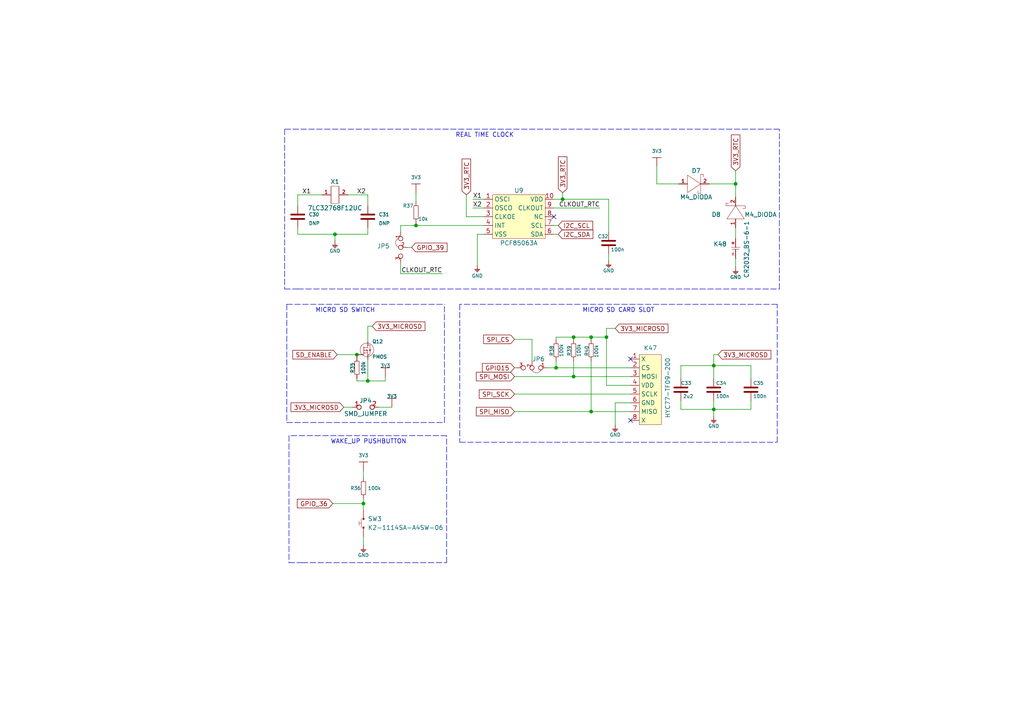
<source format=kicad_sch>
(kicad_sch (version 20211123) (generator eeschema)

  (uuid 442a692d-3595-4c89-86b2-a879ebdd5540)

  (paper "A4")

  (title_block
    (title "Soldered Inkplate 7")
    (date "2023-08-02")
    (rev "V1.1.0.")
    (company "SOLDERED")
    (comment 1 "333259")
  )

  (lib_symbols
    (symbol "e-radionica.com schematics:0603C" (pin_numbers hide) (pin_names (offset 0.002)) (in_bom yes) (on_board yes)
      (property "Reference" "C" (id 0) (at 0 3.81 0)
        (effects (font (size 1 1)))
      )
      (property "Value" "0603C" (id 1) (at 0 -3.175 0)
        (effects (font (size 1 1)))
      )
      (property "Footprint" "e-radionica.com footprinti:0603C" (id 2) (at 0.635 -4.445 0)
        (effects (font (size 1 1)) hide)
      )
      (property "Datasheet" "" (id 3) (at 0 0 0)
        (effects (font (size 1 1)) hide)
      )
      (symbol "0603C_0_1"
        (polyline
          (pts
            (xy -0.635 1.905)
            (xy -0.635 -1.905)
          )
          (stroke (width 0.5) (type default) (color 0 0 0 0))
          (fill (type none))
        )
        (polyline
          (pts
            (xy 0.635 1.905)
            (xy 0.635 -1.905)
          )
          (stroke (width 0.5) (type default) (color 0 0 0 0))
          (fill (type none))
        )
      )
      (symbol "0603C_1_1"
        (pin passive line (at -3.175 0 0) (length 2.54)
          (name "~" (effects (font (size 1.27 1.27))))
          (number "1" (effects (font (size 1.27 1.27))))
        )
        (pin passive line (at 3.175 0 180) (length 2.54)
          (name "~" (effects (font (size 1.27 1.27))))
          (number "2" (effects (font (size 1.27 1.27))))
        )
      )
    )
    (symbol "e-radionica.com schematics:0603R" (pin_numbers hide) (pin_names (offset 0.254)) (in_bom yes) (on_board yes)
      (property "Reference" "R" (id 0) (at 0 1.27 0)
        (effects (font (size 1 1)))
      )
      (property "Value" "0603R" (id 1) (at 0 -1.905 0)
        (effects (font (size 1 1)))
      )
      (property "Footprint" "e-radionica.com footprinti:0603R" (id 2) (at 0 -3.81 0)
        (effects (font (size 1 1)) hide)
      )
      (property "Datasheet" "" (id 3) (at -0.635 1.905 0)
        (effects (font (size 1 1)) hide)
      )
      (symbol "0603R_0_1"
        (rectangle (start -1.905 -0.635) (end 1.905 -0.6604)
          (stroke (width 0.1) (type default) (color 0 0 0 0))
          (fill (type none))
        )
        (rectangle (start -1.905 0.635) (end -1.8796 -0.635)
          (stroke (width 0.1) (type default) (color 0 0 0 0))
          (fill (type none))
        )
        (rectangle (start -1.905 0.635) (end 1.905 0.6096)
          (stroke (width 0.1) (type default) (color 0 0 0 0))
          (fill (type none))
        )
        (rectangle (start 1.905 0.635) (end 1.9304 -0.635)
          (stroke (width 0.1) (type default) (color 0 0 0 0))
          (fill (type none))
        )
      )
      (symbol "0603R_1_1"
        (pin passive line (at -3.175 0 0) (length 1.27)
          (name "~" (effects (font (size 1.27 1.27))))
          (number "1" (effects (font (size 1.27 1.27))))
        )
        (pin passive line (at 3.175 0 180) (length 1.27)
          (name "~" (effects (font (size 1.27 1.27))))
          (number "2" (effects (font (size 1.27 1.27))))
        )
      )
    )
    (symbol "e-radionica.com schematics:3V3" (power) (pin_names (offset 0)) (in_bom yes) (on_board yes)
      (property "Reference" "#PWR" (id 0) (at 4.445 0 0)
        (effects (font (size 1 1)) hide)
      )
      (property "Value" "3V3" (id 1) (at 0 3.556 0)
        (effects (font (size 1 1)))
      )
      (property "Footprint" "" (id 2) (at 4.445 3.81 0)
        (effects (font (size 1 1)) hide)
      )
      (property "Datasheet" "" (id 3) (at 4.445 3.81 0)
        (effects (font (size 1 1)) hide)
      )
      (property "ki_keywords" "power-flag" (id 4) (at 0 0 0)
        (effects (font (size 1.27 1.27)) hide)
      )
      (property "ki_description" "Power symbol creates a global label with name \"3V3\"" (id 5) (at 0 0 0)
        (effects (font (size 1.27 1.27)) hide)
      )
      (symbol "3V3_0_1"
        (polyline
          (pts
            (xy -1.27 2.54)
            (xy 1.27 2.54)
          )
          (stroke (width 0.16) (type default) (color 0 0 0 0))
          (fill (type none))
        )
        (polyline
          (pts
            (xy 0 0)
            (xy 0 2.54)
          )
          (stroke (width 0) (type default) (color 0 0 0 0))
          (fill (type none))
        )
      )
      (symbol "3V3_1_1"
        (pin power_in line (at 0 0 90) (length 0) hide
          (name "3V3" (effects (font (size 1.27 1.27))))
          (number "1" (effects (font (size 1.27 1.27))))
        )
      )
    )
    (symbol "e-radionica.com schematics:ABS07AIG-32.768KHZ-7-D-T" (in_bom yes) (on_board yes)
      (property "Reference" "X" (id 0) (at 0 3.81 0)
        (effects (font (size 1.27 1.27)))
      )
      (property "Value" "ABS07AIG-32.768KHZ-7-D-T" (id 1) (at 0 -3.81 0)
        (effects (font (size 1.27 1.27)))
      )
      (property "Footprint" "e-radionica.com footprinti:ABS07AIG-32.768KHZ-7-D-T" (id 2) (at 0 0 0)
        (effects (font (size 1.27 1.27)) hide)
      )
      (property "Datasheet" "" (id 3) (at 0 0 0)
        (effects (font (size 1.27 1.27)) hide)
      )
      (symbol "ABS07AIG-32.768KHZ-7-D-T_0_1"
        (polyline
          (pts
            (xy -1.27 2.54)
            (xy -1.27 -2.54)
          )
          (stroke (width 0.0006) (type default) (color 0 0 0 0))
          (fill (type none))
        )
        (polyline
          (pts
            (xy 1.27 2.54)
            (xy 1.27 -2.54)
            (xy 1.27 -1.27)
          )
          (stroke (width 0.0006) (type default) (color 0 0 0 0))
          (fill (type none))
        )
        (polyline
          (pts
            (xy -1.016 2.54)
            (xy -1.016 -2.54)
            (xy 1.016 -2.54)
            (xy 1.016 2.54)
            (xy -1.016 2.54)
            (xy 0.762 2.54)
          )
          (stroke (width 0.0006) (type default) (color 0 0 0 0))
          (fill (type none))
        )
      )
      (symbol "ABS07AIG-32.768KHZ-7-D-T_1_1"
        (pin passive line (at -3.81 0 0) (length 2.54)
          (name "~" (effects (font (size 1 1))))
          (number "1" (effects (font (size 1 1))))
        )
        (pin passive line (at 3.81 0 180) (length 2.54)
          (name "~" (effects (font (size 1 1))))
          (number "2" (effects (font (size 1 1))))
        )
      )
    )
    (symbol "e-radionica.com schematics:CR2032_BS-6-1" (in_bom yes) (on_board yes)
      (property "Reference" "K" (id 0) (at 0 2.54 0)
        (effects (font (size 1.27 1.27)))
      )
      (property "Value" "CR2032_BS-6-1" (id 1) (at 0 -2.54 0)
        (effects (font (size 1.27 1.27)))
      )
      (property "Footprint" "e-radionica.com footprinti:CR2032-BS-6-1" (id 2) (at 0 -5.08 0)
        (effects (font (size 1.27 1.27)) hide)
      )
      (property "Datasheet" "" (id 3) (at 0 0 0)
        (effects (font (size 1.27 1.27)) hide)
      )
      (property "ki_keywords" "CR2032 BS-6" (id 4) (at 0 0 0)
        (effects (font (size 1.27 1.27)) hide)
      )
      (property "ki_description" "CR2032 HOLDER" (id 5) (at 0 0 0)
        (effects (font (size 1.27 1.27)) hide)
      )
      (symbol "CR2032_BS-6-1_0_1"
        (polyline
          (pts
            (xy 0 -1.27)
            (xy 0 1.27)
            (xy 0 -0.762)
          )
          (stroke (width 0.1) (type default) (color 0 0 0 0))
          (fill (type none))
        )
        (polyline
          (pts
            (xy 0.508 1.016)
            (xy 0.508 -1.016)
            (xy 0.508 -0.762)
          )
          (stroke (width 0.1) (type default) (color 0 0 0 0))
          (fill (type none))
        )
      )
      (symbol "CR2032_BS-6-1_1_1"
        (pin input line (at -2.54 0 0) (length 2.54)
          (name "" (effects (font (size 1 1))))
          (number "+" (effects (font (size 1 1))))
        )
        (pin output line (at 3.175 0 180) (length 2.54)
          (name "" (effects (font (size 1 1))))
          (number "-" (effects (font (size 1 1))))
        )
      )
    )
    (symbol "e-radionica.com schematics:GND" (power) (pin_names (offset 0)) (in_bom yes) (on_board yes)
      (property "Reference" "#PWR" (id 0) (at 4.445 0 0)
        (effects (font (size 1 1)) hide)
      )
      (property "Value" "GND" (id 1) (at 0 -2.921 0)
        (effects (font (size 1 1)))
      )
      (property "Footprint" "" (id 2) (at 4.445 3.81 0)
        (effects (font (size 1 1)) hide)
      )
      (property "Datasheet" "" (id 3) (at 4.445 3.81 0)
        (effects (font (size 1 1)) hide)
      )
      (property "ki_keywords" "power-flag" (id 4) (at 0 0 0)
        (effects (font (size 1.27 1.27)) hide)
      )
      (property "ki_description" "Power symbol creates a global label with name \"GND\"" (id 5) (at 0 0 0)
        (effects (font (size 1.27 1.27)) hide)
      )
      (symbol "GND_0_1"
        (polyline
          (pts
            (xy -0.762 -1.27)
            (xy 0.762 -1.27)
          )
          (stroke (width 0.16) (type default) (color 0 0 0 0))
          (fill (type none))
        )
        (polyline
          (pts
            (xy -0.635 -1.524)
            (xy 0.635 -1.524)
          )
          (stroke (width 0.16) (type default) (color 0 0 0 0))
          (fill (type none))
        )
        (polyline
          (pts
            (xy -0.381 -1.778)
            (xy 0.381 -1.778)
          )
          (stroke (width 0.16) (type default) (color 0 0 0 0))
          (fill (type none))
        )
        (polyline
          (pts
            (xy -0.127 -2.032)
            (xy 0.127 -2.032)
          )
          (stroke (width 0.16) (type default) (color 0 0 0 0))
          (fill (type none))
        )
        (polyline
          (pts
            (xy 0 0)
            (xy 0 -1.27)
          )
          (stroke (width 0.16) (type default) (color 0 0 0 0))
          (fill (type none))
        )
      )
      (symbol "GND_1_1"
        (pin power_in line (at 0 0 270) (length 0) hide
          (name "GND" (effects (font (size 1.27 1.27))))
          (number "1" (effects (font (size 1.27 1.27))))
        )
      )
    )
    (symbol "e-radionica.com schematics:HYC77-TF09-200" (in_bom yes) (on_board yes)
      (property "Reference" "K" (id 0) (at 0 11.43 0)
        (effects (font (size 1.27 1.27)))
      )
      (property "Value" "HYC77-TF09-200" (id 1) (at 0 -11.43 0)
        (effects (font (size 1.27 1.27)))
      )
      (property "Footprint" "e-radionica.com footprinti:HYC77-TF09-200" (id 2) (at 0 -13.97 0)
        (effects (font (size 1.27 1.27)) hide)
      )
      (property "Datasheet" "" (id 3) (at -1.27 5.08 0)
        (effects (font (size 1.27 1.27)) hide)
      )
      (property "ki_keywords" "micro SD card holder" (id 4) (at 0 0 0)
        (effects (font (size 1.27 1.27)) hide)
      )
      (property "ki_description" "Micro SDcard holder" (id 5) (at 0 0 0)
        (effects (font (size 1.27 1.27)) hide)
      )
      (symbol "HYC77-TF09-200_0_1"
        (rectangle (start -2.54 10.16) (end 3.81 -10.16)
          (stroke (width 0.1) (type default) (color 0 0 0 0))
          (fill (type background))
        )
      )
      (symbol "HYC77-TF09-200_1_1"
        (pin bidirectional line (at -5.08 8.89 0) (length 2.54)
          (name "X" (effects (font (size 1.27 1.27))))
          (number "1" (effects (font (size 1.27 1.27))))
        )
        (pin bidirectional line (at -5.08 6.35 0) (length 2.54)
          (name "CS" (effects (font (size 1.27 1.27))))
          (number "2" (effects (font (size 1.27 1.27))))
        )
        (pin bidirectional line (at -5.08 3.81 0) (length 2.54)
          (name "MOSI" (effects (font (size 1.27 1.27))))
          (number "3" (effects (font (size 1.27 1.27))))
        )
        (pin bidirectional line (at -5.08 1.27 0) (length 2.54)
          (name "VDD" (effects (font (size 1.27 1.27))))
          (number "4" (effects (font (size 1.27 1.27))))
        )
        (pin bidirectional line (at -5.08 -1.27 0) (length 2.54)
          (name "SCLK" (effects (font (size 1.27 1.27))))
          (number "5" (effects (font (size 1.27 1.27))))
        )
        (pin bidirectional line (at -5.08 -3.81 0) (length 2.54)
          (name "GND" (effects (font (size 1.27 1.27))))
          (number "6" (effects (font (size 1.27 1.27))))
        )
        (pin bidirectional line (at -5.08 -6.35 0) (length 2.54)
          (name "MISO" (effects (font (size 1.27 1.27))))
          (number "7" (effects (font (size 1.27 1.27))))
        )
        (pin bidirectional line (at -5.08 -8.89 0) (length 2.54)
          (name "X" (effects (font (size 1.27 1.27))))
          (number "8" (effects (font (size 1.27 1.27))))
        )
      )
    )
    (symbol "e-radionica.com schematics:K2-1114SA-A4SW-06" (pin_numbers hide) (pin_names hide) (in_bom yes) (on_board yes)
      (property "Reference" "SW" (id 0) (at 0 2.54 0)
        (effects (font (size 1.27 1.27)))
      )
      (property "Value" "K2-1114SA-A4SW-06" (id 1) (at 0 -2.54 0)
        (effects (font (size 1.27 1.27)))
      )
      (property "Footprint" "e-radionica.com footprinti:K2-1114SA-A4SW-06" (id 2) (at 0 -5.08 0)
        (effects (font (size 1.27 1.27)) hide)
      )
      (property "Datasheet" "" (id 3) (at 1.27 17.78 0)
        (effects (font (size 1.27 1.27)) hide)
      )
      (symbol "K2-1114SA-A4SW-06_0_1"
        (circle (center -1.27 0) (radius 0.254)
          (stroke (width 0.001) (type default) (color 0 0 0 0))
          (fill (type outline))
        )
        (polyline
          (pts
            (xy -1.27 0.635)
            (xy 1.27 0.635)
          )
          (stroke (width 0.1) (type default) (color 0 0 0 0))
          (fill (type none))
        )
        (polyline
          (pts
            (xy 0 0.635)
            (xy 0 1.27)
          )
          (stroke (width 0.0006) (type default) (color 0 0 0 0))
          (fill (type none))
        )
        (polyline
          (pts
            (xy 0.635 1.27)
            (xy -0.635 1.27)
          )
          (stroke (width 0.1) (type default) (color 0 0 0 0))
          (fill (type none))
        )
        (circle (center 1.27 0) (radius 0.254)
          (stroke (width 0.001) (type default) (color 0 0 0 0))
          (fill (type outline))
        )
      )
      (symbol "K2-1114SA-A4SW-06_1_1"
        (pin passive line (at -3.81 0 0) (length 2.54)
          (name "~" (effects (font (size 1 1))))
          (number "1" (effects (font (size 1 1))))
        )
        (pin passive line (at 3.81 0 180) (length 2.54)
          (name "~" (effects (font (size 1 1))))
          (number "2" (effects (font (size 1 1))))
        )
      )
    )
    (symbol "e-radionica.com schematics:M4_DIODA" (pin_names hide) (in_bom yes) (on_board yes)
      (property "Reference" "D" (id 0) (at 0 3.81 0)
        (effects (font (size 1.27 1.27)))
      )
      (property "Value" "M4_DIODA" (id 1) (at 0 -4.572 0)
        (effects (font (size 1.27 1.27)))
      )
      (property "Footprint" "e-radionica.com footprinti:M4_DIODA" (id 2) (at 0 -6.35 0)
        (effects (font (size 1.27 1.27)) hide)
      )
      (property "Datasheet" "" (id 3) (at 0 0 0)
        (effects (font (size 1.27 1.27)) hide)
      )
      (symbol "M4_DIODA_0_1"
        (polyline
          (pts
            (xy -2.54 2.54)
            (xy -2.54 -2.54)
            (xy 1.27 0)
            (xy -2.54 2.54)
          )
          (stroke (width 0.1) (type default) (color 0 0 0 0))
          (fill (type none))
        )
        (polyline
          (pts
            (xy 1.27 2.794)
            (xy 1.27 -2.794)
            (xy 0.508 -2.794)
            (xy 0.508 -2.032)
          )
          (stroke (width 0.1) (type default) (color 0 0 0 0))
          (fill (type none))
        )
        (polyline
          (pts
            (xy 1.27 2.794)
            (xy 2.032 2.794)
            (xy 2.032 2.032)
            (xy 2.032 2.54)
          )
          (stroke (width 0.1) (type default) (color 0 0 0 0))
          (fill (type none))
        )
      )
      (symbol "M4_DIODA_1_1"
        (pin passive line (at -5.08 0 0) (length 2.54)
          (name "A" (effects (font (size 1 1))))
          (number "1" (effects (font (size 1 1))))
        )
        (pin passive line (at 3.81 0 180) (length 2.54)
          (name "K" (effects (font (size 1 1))))
          (number "2" (effects (font (size 1 1))))
        )
      )
    )
    (symbol "e-radionica.com schematics:PCF85063A" (in_bom yes) (on_board yes)
      (property "Reference" "U" (id 0) (at 0 7.62 0)
        (effects (font (size 1.27 1.27)))
      )
      (property "Value" "PCF85063A" (id 1) (at 0 -7.62 0)
        (effects (font (size 1.27 1.27)))
      )
      (property "Footprint" "e-radionica.com footprinti:PCF85063A" (id 2) (at 0 -10.16 0)
        (effects (font (size 1.27 1.27)) hide)
      )
      (property "Datasheet" "" (id 3) (at -6.35 2.54 0)
        (effects (font (size 1.27 1.27)) hide)
      )
      (symbol "PCF85063A_0_1"
        (rectangle (start -7.62 6.35) (end 7.62 -6.35)
          (stroke (width 0.1) (type default) (color 0 0 0 0))
          (fill (type background))
        )
      )
      (symbol "PCF85063A_1_1"
        (pin passive line (at -10.16 5.08 0) (length 2.54)
          (name "OSCI" (effects (font (size 1.27 1.27))))
          (number "1" (effects (font (size 1.27 1.27))))
        )
        (pin passive line (at 10.16 5.08 180) (length 2.54)
          (name "VDD" (effects (font (size 1.27 1.27))))
          (number "10" (effects (font (size 1.27 1.27))))
        )
        (pin passive line (at -10.16 2.54 0) (length 2.54)
          (name "OSCO" (effects (font (size 1.27 1.27))))
          (number "2" (effects (font (size 1.27 1.27))))
        )
        (pin passive line (at -10.16 0 0) (length 2.54)
          (name "CLKOE" (effects (font (size 1.27 1.27))))
          (number "3" (effects (font (size 1.27 1.27))))
        )
        (pin passive line (at -10.16 -2.54 0) (length 2.54)
          (name "INT" (effects (font (size 1.27 1.27))))
          (number "4" (effects (font (size 1.27 1.27))))
        )
        (pin passive line (at -10.16 -5.08 0) (length 2.54)
          (name "VSS" (effects (font (size 1.27 1.27))))
          (number "5" (effects (font (size 1.27 1.27))))
        )
        (pin passive line (at 10.16 -5.08 180) (length 2.54)
          (name "SDA" (effects (font (size 1.27 1.27))))
          (number "6" (effects (font (size 1.27 1.27))))
        )
        (pin passive line (at 10.16 -2.54 180) (length 2.54)
          (name "SCL" (effects (font (size 1.27 1.27))))
          (number "7" (effects (font (size 1.27 1.27))))
        )
        (pin passive line (at 10.16 0 180) (length 2.54)
          (name "NC" (effects (font (size 1.27 1.27))))
          (number "8" (effects (font (size 1.27 1.27))))
        )
        (pin passive line (at 10.16 2.54 180) (length 2.54)
          (name "CLKOUT" (effects (font (size 1.27 1.27))))
          (number "9" (effects (font (size 1.27 1.27))))
        )
      )
    )
    (symbol "e-radionica.com schematics:PMOS-SOT-23-3" (pin_numbers hide) (pin_names hide) (in_bom yes) (on_board yes)
      (property "Reference" "Q" (id 0) (at -1.27 2.54 0)
        (effects (font (size 1 1)))
      )
      (property "Value" "PMOS-SOT-23-3" (id 1) (at 0.381 -4.064 0)
        (effects (font (size 1 1)))
      )
      (property "Footprint" "e-radionica.com footprinti:SOT-23-3" (id 2) (at 1.27 -7.62 0)
        (effects (font (size 1 1)) hide)
      )
      (property "Datasheet" "" (id 3) (at 0 0 0)
        (effects (font (size 1 1)) hide)
      )
      (symbol "PMOS-SOT-23-3_0_1"
        (polyline
          (pts
            (xy 0 -1.27)
            (xy 0 1.016)
          )
          (stroke (width 0.1) (type default) (color 0 0 0 0))
          (fill (type none))
        )
        (polyline
          (pts
            (xy 0.254 -1.016)
            (xy 0.254 -0.508)
          )
          (stroke (width 0.1) (type default) (color 0 0 0 0))
          (fill (type none))
        )
        (polyline
          (pts
            (xy 0.254 -0.762)
            (xy 1.27 -0.762)
          )
          (stroke (width 0.1) (type default) (color 0 0 0 0))
          (fill (type none))
        )
        (polyline
          (pts
            (xy 0.254 -0.254)
            (xy 0.254 0.254)
          )
          (stroke (width 0.1) (type default) (color 0 0 0 0))
          (fill (type none))
        )
        (polyline
          (pts
            (xy 0.254 0.762)
            (xy 1.27 0.762)
          )
          (stroke (width 0.1) (type default) (color 0 0 0 0))
          (fill (type none))
        )
        (polyline
          (pts
            (xy 0.254 1.016)
            (xy 0.254 0.508)
          )
          (stroke (width 0.1) (type default) (color 0 0 0 0))
          (fill (type none))
        )
        (polyline
          (pts
            (xy 1.27 -1.27)
            (xy 1.27 -0.762)
          )
          (stroke (width 0.1) (type default) (color 0 0 0 0))
          (fill (type none))
        )
        (polyline
          (pts
            (xy 1.27 0.762)
            (xy 1.27 1.27)
          )
          (stroke (width 0.1) (type default) (color 0 0 0 0))
          (fill (type none))
        )
        (polyline
          (pts
            (xy 2.159 -0.127)
            (xy 1.651 -0.127)
          )
          (stroke (width 0.1) (type default) (color 0 0 0 0))
          (fill (type none))
        )
        (polyline
          (pts
            (xy 2.159 0.254)
            (xy 1.905 -0.127)
          )
          (stroke (width 0.1) (type default) (color 0 0 0 0))
          (fill (type none))
        )
        (polyline
          (pts
            (xy 0.254 0)
            (xy 1.27 0)
            (xy 1.27 -0.762)
          )
          (stroke (width 0.1) (type default) (color 0 0 0 0))
          (fill (type none))
        )
        (polyline
          (pts
            (xy 2.159 0.254)
            (xy 1.651 0.254)
            (xy 1.905 -0.127)
          )
          (stroke (width 0.1) (type default) (color 0 0 0 0))
          (fill (type none))
        )
        (polyline
          (pts
            (xy 1.143 0)
            (xy 0.889 -0.254)
            (xy 0.889 0.254)
            (xy 1.143 0)
          )
          (stroke (width 0.1) (type default) (color 0 0 0 0))
          (fill (type none))
        )
        (polyline
          (pts
            (xy 1.27 -1.27)
            (xy 1.905 -1.27)
            (xy 1.905 1.524)
            (xy 1.27 1.524)
          )
          (stroke (width 0.1) (type default) (color 0 0 0 0))
          (fill (type none))
        )
        (circle (center 1.016 0.127) (radius 1.9716)
          (stroke (width 0.1) (type default) (color 0 0 0 0))
          (fill (type none))
        )
      )
      (symbol "PMOS-SOT-23-3_1_1"
        (pin passive line (at -1.27 -1.27 0) (length 1.27)
          (name "G" (effects (font (size 1 1))))
          (number "1" (effects (font (size 1 1))))
        )
        (pin passive line (at 1.27 -2.54 90) (length 1.27)
          (name "S" (effects (font (size 1 1))))
          (number "2" (effects (font (size 1 1))))
        )
        (pin passive line (at 1.27 2.54 270) (length 1.27)
          (name "D" (effects (font (size 1 1))))
          (number "3" (effects (font (size 1 1))))
        )
      )
    )
    (symbol "e-radionica.com schematics:SMD_JUMPER" (in_bom yes) (on_board yes)
      (property "Reference" "JP" (id 0) (at 0 1.397 0)
        (effects (font (size 1.27 1.27)))
      )
      (property "Value" "SMD_JUMPER" (id 1) (at 0 -2.54 0)
        (effects (font (size 1.27 1.27)))
      )
      (property "Footprint" "e-radionica.com footprinti:SMD_JUMPER" (id 2) (at 0 -5.08 0)
        (effects (font (size 1.27 1.27)) hide)
      )
      (property "Datasheet" "" (id 3) (at 0 0 0)
        (effects (font (size 1.27 1.27)) hide)
      )
      (symbol "SMD_JUMPER_1_1"
        (pin passive inverted (at -3.81 0 0) (length 2.54)
          (name "" (effects (font (size 1.27 1.27))))
          (number "1" (effects (font (size 1.27 1.27))))
        )
        (pin passive inverted (at 3.81 0 180) (length 2.54)
          (name "" (effects (font (size 1.27 1.27))))
          (number "2" (effects (font (size 1.27 1.27))))
        )
      )
    )
    (symbol "e-radionica.com schematics:SMD_JUMPER_3_PAD_CONNECTED_LEFT_TRACE" (in_bom yes) (on_board yes)
      (property "Reference" "JP" (id 0) (at 0 3.81 0)
        (effects (font (size 1.27 1.27)))
      )
      (property "Value" "SMD_JUMPER_3_PAD_CONNECTED_LEFT_TRACE" (id 1) (at -1.27 -7.62 0)
        (effects (font (size 1.27 1.27)) hide)
      )
      (property "Footprint" "e-radionica.com footprinti:SMD_JUMPER_3_PAD_CONNECTED_LEFT_TRACE" (id 2) (at 2.54 -12.7 0)
        (effects (font (size 1.27 1.27)) hide)
      )
      (property "Datasheet" "" (id 3) (at 0 0 0)
        (effects (font (size 1.27 1.27)) hide)
      )
      (symbol "SMD_JUMPER_3_PAD_CONNECTED_LEFT_TRACE_0_1"
        (arc (start -0.635 0.5842) (mid -1.9346 1.472) (end -3.2512 0.6096)
          (stroke (width 0.1) (type default) (color 0 0 0 0))
          (fill (type none))
        )
      )
      (symbol "SMD_JUMPER_3_PAD_CONNECTED_LEFT_TRACE_1_1"
        (pin passive inverted (at -5.08 0 0) (length 2.54)
          (name "" (effects (font (size 1 1))))
          (number "1" (effects (font (size 1 1))))
        )
        (pin passive inverted (at -0.635 -1.905 90) (length 2.54)
          (name "" (effects (font (size 1 1))))
          (number "2" (effects (font (size 1 1))))
        )
        (pin passive inverted (at 3.81 0 180) (length 2.54)
          (name "" (effects (font (size 1 1))))
          (number "3" (effects (font (size 1 1))))
        )
      )
    )
  )

  (junction (at 163.195 57.785) (diameter 0) (color 0 0 0 0)
    (uuid 22cc0b6e-d9c0-40ea-956a-d81e3b1665a6)
  )
  (junction (at 207.01 106.045) (diameter 0) (color 0 0 0 0)
    (uuid 2b9dff13-e040-478e-b8f8-2efde6f04bd1)
  )
  (junction (at 213.36 53.34) (diameter 0) (color 0 0 0 0)
    (uuid 2c976b53-2d4b-485e-89e6-31a00a78b165)
  )
  (junction (at 106.68 110.49) (diameter 0) (color 0 0 0 0)
    (uuid 35513530-e870-4fcb-b1cb-9710ea11d7ab)
  )
  (junction (at 207.01 118.745) (diameter 0) (color 0 0 0 0)
    (uuid 405076a1-fb7f-4050-9c18-fa5e67ed6aa6)
  )
  (junction (at 97.155 67.945) (diameter 0) (color 0 0 0 0)
    (uuid 41ebc504-5baf-4a7a-a58c-2b464ed71a49)
  )
  (junction (at 166.37 109.22) (diameter 0) (color 0 0 0 0)
    (uuid 47d1c261-0199-4a9d-baaf-ec33b4dad98d)
  )
  (junction (at 171.45 97.79) (diameter 0) (color 0 0 0 0)
    (uuid 4a43d6d3-e4a4-4467-aa8b-64c7cf840bbd)
  )
  (junction (at 166.37 97.79) (diameter 0) (color 0 0 0 0)
    (uuid 51f66026-5dd8-49a1-98f2-f50142522cb0)
  )
  (junction (at 171.45 119.38) (diameter 0) (color 0 0 0 0)
    (uuid 7091f4d3-2f09-4f2e-ae20-b119e7a23308)
  )
  (junction (at 175.895 97.79) (diameter 0) (color 0 0 0 0)
    (uuid a2361c66-7ecd-4e88-b264-bad8fda9adac)
  )
  (junction (at 103.505 102.87) (diameter 0) (color 0 0 0 0)
    (uuid ab1f43ec-96dd-4977-92ca-839d3ef88311)
  )
  (junction (at 120.65 65.405) (diameter 0) (color 0 0 0 0)
    (uuid f0b156d9-0ed5-4d62-915f-2e764805dbbb)
  )
  (junction (at 105.41 146.05) (diameter 0) (color 0 0 0 0)
    (uuid f1f3c2f2-ebd0-4af1-aa8e-c059619d0621)
  )
  (junction (at 161.29 106.68) (diameter 0) (color 0 0 0 0)
    (uuid ff7b32a1-7f46-40a1-b738-d8af4b9b33fb)
  )

  (no_connect (at 182.88 104.14) (uuid 0d53a526-fede-4081-953d-380a157a477a))
  (no_connect (at 182.88 121.92) (uuid 29485530-e44e-4ef4-916e-d2787e76030a))
  (no_connect (at 160.655 62.865) (uuid 76376ab3-78a6-439e-9b2e-a6506cbe94a5))

  (polyline (pts (xy 83.185 88.265) (xy 128.905 88.265))
    (stroke (width 0) (type default) (color 0 0 0 0))
    (uuid 00b7eb24-a83c-4bc5-8958-2d055021843c)
  )
  (polyline (pts (xy 83.82 126.365) (xy 83.82 163.195))
    (stroke (width 0) (type default) (color 0 0 0 0))
    (uuid 04b1cb0a-7f2d-4206-9402-7f3afc434f31)
  )

  (wire (pts (xy 160.655 67.945) (xy 161.925 67.945))
    (stroke (width 0) (type default) (color 0 0 0 0))
    (uuid 0526868b-5e09-4a05-8ebb-7d6d87cccf02)
  )
  (wire (pts (xy 197.485 106.045) (xy 207.01 106.045))
    (stroke (width 0) (type default) (color 0 0 0 0))
    (uuid 092ca697-3226-4863-b38b-365a7a568ca3)
  )
  (wire (pts (xy 97.155 67.945) (xy 106.68 67.945))
    (stroke (width 0) (type default) (color 0 0 0 0))
    (uuid 09f8e537-0d55-4c5e-a062-b325ffb35409)
  )
  (wire (pts (xy 109.855 118.11) (xy 113.665 118.11))
    (stroke (width 0) (type default) (color 0 0 0 0))
    (uuid 0e285fa7-66f2-4385-916d-1a0da996d71e)
  )
  (wire (pts (xy 171.45 97.79) (xy 171.45 98.425))
    (stroke (width 0) (type default) (color 0 0 0 0))
    (uuid 0e632828-f519-4e24-af05-580875ae9935)
  )
  (wire (pts (xy 140.335 62.865) (xy 135.255 62.865))
    (stroke (width 0) (type default) (color 0 0 0 0))
    (uuid 0ebc4a76-ee67-4b43-8aab-f14f98dc30fd)
  )
  (wire (pts (xy 217.805 109.855) (xy 217.805 106.045))
    (stroke (width 0) (type default) (color 0 0 0 0))
    (uuid 11e3c756-1908-4d36-bf35-b2136bee1c6b)
  )
  (wire (pts (xy 106.68 56.515) (xy 106.68 59.69))
    (stroke (width 0) (type default) (color 0 0 0 0))
    (uuid 13eb68e2-12ec-4329-9f53-9e57df6e8d09)
  )
  (wire (pts (xy 137.16 57.785) (xy 140.335 57.785))
    (stroke (width 0) (type default) (color 0 0 0 0))
    (uuid 16038b45-6696-46ae-bd7f-64425b35fe73)
  )
  (wire (pts (xy 197.485 109.855) (xy 197.485 106.045))
    (stroke (width 0) (type default) (color 0 0 0 0))
    (uuid 1618380d-8d8e-48e0-b97d-f8b65ae28e29)
  )
  (wire (pts (xy 166.37 97.79) (xy 166.37 98.425))
    (stroke (width 0) (type default) (color 0 0 0 0))
    (uuid 1c89c44f-6367-4062-b44d-5f51947eea14)
  )
  (wire (pts (xy 163.195 57.785) (xy 160.655 57.785))
    (stroke (width 0) (type default) (color 0 0 0 0))
    (uuid 236bd7c7-08ce-445f-b929-6450ef803da3)
  )
  (wire (pts (xy 213.36 74.93) (xy 213.36 77.47))
    (stroke (width 0) (type default) (color 0 0 0 0))
    (uuid 256c3261-984a-41b3-9faf-52138eb9b5dd)
  )
  (wire (pts (xy 154.305 98.425) (xy 154.305 104.775))
    (stroke (width 0) (type default) (color 0 0 0 0))
    (uuid 26d0cb52-a794-4976-8e73-e2661c766f4b)
  )
  (wire (pts (xy 175.895 97.79) (xy 175.895 111.76))
    (stroke (width 0) (type default) (color 0 0 0 0))
    (uuid 26e18815-b499-46d1-bc4f-0715f8c21c27)
  )
  (polyline (pts (xy 87.63 163.195) (xy 129.54 163.195))
    (stroke (width 0) (type default) (color 0 0 0 0))
    (uuid 2c36c59e-07a0-432d-8473-d7b70aad5289)
  )

  (wire (pts (xy 86.36 67.945) (xy 97.155 67.945))
    (stroke (width 0) (type default) (color 0 0 0 0))
    (uuid 306b9dbf-dee3-4b6a-ab71-9a6899d413a2)
  )
  (polyline (pts (xy 226.06 37.465) (xy 82.55 37.465))
    (stroke (width 0) (type default) (color 0 0 0 0))
    (uuid 3296f8e0-e765-4ca0-b7a1-60d9ba6b1c73)
  )

  (wire (pts (xy 105.41 144.78) (xy 105.41 146.05))
    (stroke (width 0) (type default) (color 0 0 0 0))
    (uuid 32b84470-31a4-455e-93ed-36a0562be80e)
  )
  (wire (pts (xy 163.195 55.88) (xy 163.195 57.785))
    (stroke (width 0) (type default) (color 0 0 0 0))
    (uuid 3842e205-91f3-4db3-88cc-6f9f06340cea)
  )
  (wire (pts (xy 111.76 110.49) (xy 106.68 110.49))
    (stroke (width 0) (type default) (color 0 0 0 0))
    (uuid 38ce78d8-a97d-441e-863c-190e74727794)
  )
  (polyline (pts (xy 225.425 128.27) (xy 225.425 88.265))
    (stroke (width 0) (type default) (color 0 0 0 0))
    (uuid 3994884d-1fb6-4452-813f-a7f7fb9ee374)
  )

  (wire (pts (xy 176.53 57.785) (xy 163.195 57.785))
    (stroke (width 0) (type default) (color 0 0 0 0))
    (uuid 3e180be7-ae26-46cf-8d4a-ddb61e245aa0)
  )
  (wire (pts (xy 116.205 79.375) (xy 128.27 79.375))
    (stroke (width 0) (type default) (color 0 0 0 0))
    (uuid 40650780-07d7-4571-87e9-138c00fc7559)
  )
  (wire (pts (xy 190.5 48.26) (xy 190.5 53.34))
    (stroke (width 0) (type default) (color 0 0 0 0))
    (uuid 41e32a6d-dcad-4e9b-a9eb-ea9ada1394cf)
  )
  (wire (pts (xy 120.65 65.405) (xy 140.335 65.405))
    (stroke (width 0) (type default) (color 0 0 0 0))
    (uuid 426a802c-2ba9-4c4a-a353-9ef389edf01d)
  )
  (wire (pts (xy 207.01 116.205) (xy 207.01 118.745))
    (stroke (width 0) (type default) (color 0 0 0 0))
    (uuid 46e3be3d-4847-4e4c-9826-4ef2e12e0d9c)
  )
  (wire (pts (xy 118.11 71.755) (xy 119.38 71.755))
    (stroke (width 0) (type default) (color 0 0 0 0))
    (uuid 491e6751-0c38-44ac-b7c6-430fc5cb5034)
  )
  (wire (pts (xy 166.37 109.22) (xy 182.88 109.22))
    (stroke (width 0) (type default) (color 0 0 0 0))
    (uuid 4b89d2fa-4e39-402e-9169-10553d1919c7)
  )
  (wire (pts (xy 197.485 118.745) (xy 207.01 118.745))
    (stroke (width 0) (type default) (color 0 0 0 0))
    (uuid 4c366d80-6c33-436d-8bce-240bd4bb6be5)
  )
  (wire (pts (xy 171.45 104.775) (xy 171.45 119.38))
    (stroke (width 0) (type default) (color 0 0 0 0))
    (uuid 4ca9a95c-1aa3-42c8-be4a-42e7069e01e1)
  )
  (wire (pts (xy 105.41 136.525) (xy 105.41 138.43))
    (stroke (width 0) (type default) (color 0 0 0 0))
    (uuid 4cb2d2a7-9195-4b87-abe6-91fa661ec491)
  )
  (wire (pts (xy 205.74 53.34) (xy 213.36 53.34))
    (stroke (width 0) (type default) (color 0 0 0 0))
    (uuid 51aa7098-7344-43fb-82eb-dd1095f5be10)
  )
  (wire (pts (xy 149.225 114.3) (xy 182.88 114.3))
    (stroke (width 0) (type default) (color 0 0 0 0))
    (uuid 52e2a92c-0953-4354-b3b7-8fc5c5cb190b)
  )
  (wire (pts (xy 213.36 53.34) (xy 213.36 57.15))
    (stroke (width 0) (type default) (color 0 0 0 0))
    (uuid 590d6495-309b-44e0-abda-2f030d6679df)
  )
  (wire (pts (xy 116.205 65.405) (xy 120.65 65.405))
    (stroke (width 0) (type default) (color 0 0 0 0))
    (uuid 63c85cf4-fb12-42de-b85f-304b1dfe2e2c)
  )
  (polyline (pts (xy 226.06 83.82) (xy 226.06 37.465))
    (stroke (width 0) (type default) (color 0 0 0 0))
    (uuid 644479b8-f2fb-4235-9177-a7df6db7ddcc)
  )

  (wire (pts (xy 116.205 65.405) (xy 116.205 67.31))
    (stroke (width 0) (type default) (color 0 0 0 0))
    (uuid 6641102f-43dc-43ff-95c6-f0a0fcbf9265)
  )
  (wire (pts (xy 190.5 53.34) (xy 196.85 53.34))
    (stroke (width 0) (type default) (color 0 0 0 0))
    (uuid 674c0988-ebf7-4640-b46d-98d0676d80f2)
  )
  (polyline (pts (xy 82.55 83.82) (xy 86.36 83.82))
    (stroke (width 0) (type default) (color 0 0 0 0))
    (uuid 67d885b7-b40d-4eea-ab4e-37df023adc81)
  )
  (polyline (pts (xy 86.36 83.82) (xy 226.06 83.82))
    (stroke (width 0) (type default) (color 0 0 0 0))
    (uuid 687d8f19-16a7-4739-8cd0-366c71e2781c)
  )
  (polyline (pts (xy 83.185 88.265) (xy 83.185 122.555))
    (stroke (width 0) (type default) (color 0 0 0 0))
    (uuid 6bde57a3-06f5-450e-acd2-dec6bdecf61c)
  )

  (wire (pts (xy 106.68 104.14) (xy 106.68 110.49))
    (stroke (width 0) (type default) (color 0 0 0 0))
    (uuid 6e67cf0a-8228-43f6-8ba4-d0309b52d197)
  )
  (polyline (pts (xy 82.55 37.465) (xy 82.55 83.82))
    (stroke (width 0) (type default) (color 0 0 0 0))
    (uuid 737a0eaa-82ed-4a44-b844-53605dcf122c)
  )

  (wire (pts (xy 207.01 120.65) (xy 207.01 118.745))
    (stroke (width 0) (type default) (color 0 0 0 0))
    (uuid 7398e201-efa6-4aee-9d42-976e18af849d)
  )
  (wire (pts (xy 161.29 104.775) (xy 161.29 106.68))
    (stroke (width 0) (type default) (color 0 0 0 0))
    (uuid 743012c1-7ac8-4e7f-874a-c3a159929536)
  )
  (wire (pts (xy 175.895 95.25) (xy 175.895 97.79))
    (stroke (width 0) (type default) (color 0 0 0 0))
    (uuid 790665be-68ad-4f82-adbf-43ba9287054f)
  )
  (wire (pts (xy 100.965 56.515) (xy 106.68 56.515))
    (stroke (width 0) (type default) (color 0 0 0 0))
    (uuid 7a2cc655-e062-4be4-b772-4bacbeac1f91)
  )
  (wire (pts (xy 160.655 60.325) (xy 173.99 60.325))
    (stroke (width 0) (type default) (color 0 0 0 0))
    (uuid 7dbf9bed-7d54-46f8-b443-1d2ec012a0c2)
  )
  (wire (pts (xy 161.29 97.79) (xy 161.29 98.425))
    (stroke (width 0) (type default) (color 0 0 0 0))
    (uuid 81ae1073-f0db-4f11-9705-675ffede933d)
  )
  (wire (pts (xy 161.29 106.68) (xy 182.88 106.68))
    (stroke (width 0) (type default) (color 0 0 0 0))
    (uuid 827bf207-d982-4299-a8f7-70685a6a2f20)
  )
  (wire (pts (xy 103.505 110.49) (xy 106.68 110.49))
    (stroke (width 0) (type default) (color 0 0 0 0))
    (uuid 8311368c-0c38-429f-b833-bcf4b514d07e)
  )
  (wire (pts (xy 175.895 111.76) (xy 182.88 111.76))
    (stroke (width 0) (type default) (color 0 0 0 0))
    (uuid 846d7e3a-cebb-4ffa-8bf1-eb4d5d7e1902)
  )
  (wire (pts (xy 182.88 116.84) (xy 178.435 116.84))
    (stroke (width 0) (type default) (color 0 0 0 0))
    (uuid 862162dd-91e3-4b2f-a34a-c9f216c94a18)
  )
  (wire (pts (xy 161.29 97.79) (xy 166.37 97.79))
    (stroke (width 0) (type default) (color 0 0 0 0))
    (uuid 8622032a-b945-4407-97c4-c01aee047e7d)
  )
  (wire (pts (xy 120.65 64.77) (xy 120.65 65.405))
    (stroke (width 0) (type default) (color 0 0 0 0))
    (uuid 8714a41c-3695-4345-b08b-7638042dcb5d)
  )
  (wire (pts (xy 103.505 102.87) (xy 103.505 103.505))
    (stroke (width 0) (type default) (color 0 0 0 0))
    (uuid 87a6b6c4-7182-4df9-bf60-6cfd3998d331)
  )
  (wire (pts (xy 99.695 118.11) (xy 102.235 118.11))
    (stroke (width 0) (type default) (color 0 0 0 0))
    (uuid 891a8550-96e1-43f5-961b-5fb6990912b9)
  )
  (wire (pts (xy 217.805 118.745) (xy 207.01 118.745))
    (stroke (width 0) (type default) (color 0 0 0 0))
    (uuid 8a40df53-cf55-4187-b2fb-c9fa6e6908c5)
  )
  (wire (pts (xy 175.895 95.25) (xy 178.435 95.25))
    (stroke (width 0) (type default) (color 0 0 0 0))
    (uuid 8a7063ad-6753-4b57-a7c1-e15c62711674)
  )
  (wire (pts (xy 217.805 106.045) (xy 207.01 106.045))
    (stroke (width 0) (type default) (color 0 0 0 0))
    (uuid 8cab12c9-f131-4d71-b5ab-68582e4fcc30)
  )
  (wire (pts (xy 106.68 66.04) (xy 106.68 67.945))
    (stroke (width 0) (type default) (color 0 0 0 0))
    (uuid 91801e4d-e454-4a83-a6a1-f7382bcf1548)
  )
  (wire (pts (xy 86.36 56.515) (xy 93.345 56.515))
    (stroke (width 0) (type default) (color 0 0 0 0))
    (uuid 93459269-d5dc-4827-97f9-b668cb08a605)
  )
  (polyline (pts (xy 133.35 128.27) (xy 225.425 128.27))
    (stroke (width 0) (type default) (color 0 0 0 0))
    (uuid 9ad9a01a-0dd4-4a23-89a5-cd26ee4d2b7f)
  )

  (wire (pts (xy 213.36 49.53) (xy 213.36 53.34))
    (stroke (width 0) (type default) (color 0 0 0 0))
    (uuid 9b0f9997-fc99-40ca-84b6-79f451e2a6f9)
  )
  (wire (pts (xy 158.75 106.68) (xy 161.29 106.68))
    (stroke (width 0) (type default) (color 0 0 0 0))
    (uuid 9c0660e1-510a-4c38-9509-2d326e99e69d)
  )
  (wire (pts (xy 120.65 55.88) (xy 120.65 58.42))
    (stroke (width 0) (type default) (color 0 0 0 0))
    (uuid 9dfbafb6-37a4-4a92-b2a0-42f477943c80)
  )
  (wire (pts (xy 97.79 102.87) (xy 103.505 102.87))
    (stroke (width 0) (type default) (color 0 0 0 0))
    (uuid 9ec0eb72-e3b0-41c7-81d7-40eaa7781c74)
  )
  (wire (pts (xy 166.37 104.775) (xy 166.37 109.22))
    (stroke (width 0) (type default) (color 0 0 0 0))
    (uuid a1127cbb-29c9-42eb-ad61-86183d4e24c3)
  )
  (wire (pts (xy 213.36 66.04) (xy 213.36 69.215))
    (stroke (width 0) (type default) (color 0 0 0 0))
    (uuid a31872d2-9d2a-44eb-862f-6ee799cd75a0)
  )
  (wire (pts (xy 135.255 56.515) (xy 135.255 62.865))
    (stroke (width 0) (type default) (color 0 0 0 0))
    (uuid a41b3234-bd5f-4599-8842-d7e0efb97d83)
  )
  (wire (pts (xy 207.01 106.045) (xy 207.01 109.855))
    (stroke (width 0) (type default) (color 0 0 0 0))
    (uuid a5a56c1d-b445-4319-8b29-fb815fa24671)
  )
  (wire (pts (xy 106.68 94.615) (xy 107.95 94.615))
    (stroke (width 0) (type default) (color 0 0 0 0))
    (uuid a6e9f64a-c6c3-4a04-9a82-9410d34ab5dd)
  )
  (wire (pts (xy 116.205 76.2) (xy 116.205 79.375))
    (stroke (width 0) (type default) (color 0 0 0 0))
    (uuid aa4d1e53-6669-4924-92f6-d8f2f4e5094e)
  )
  (wire (pts (xy 111.76 109.22) (xy 111.76 110.49))
    (stroke (width 0) (type default) (color 0 0 0 0))
    (uuid ac0ad367-4dce-4cd9-ab8a-7add79214f65)
  )
  (wire (pts (xy 106.68 99.06) (xy 106.68 94.615))
    (stroke (width 0) (type default) (color 0 0 0 0))
    (uuid ad39bbc1-4c99-4d3f-97db-325ae53b3035)
  )
  (wire (pts (xy 149.225 106.68) (xy 149.86 106.68))
    (stroke (width 0) (type default) (color 0 0 0 0))
    (uuid b21ea1a2-0403-477b-8e89-4a5fa7c388e2)
  )
  (polyline (pts (xy 133.35 88.265) (xy 133.35 128.27))
    (stroke (width 0) (type default) (color 0 0 0 0))
    (uuid b34c8f49-fd5c-4daa-9a62-0ce90de29c54)
  )

  (wire (pts (xy 176.53 67.31) (xy 176.53 57.785))
    (stroke (width 0) (type default) (color 0 0 0 0))
    (uuid b53be822-00c8-44e6-9b88-0bbbe5e74d81)
  )
  (wire (pts (xy 105.41 155.575) (xy 105.41 158.115))
    (stroke (width 0) (type default) (color 0 0 0 0))
    (uuid b6494950-3f63-4855-ad19-64ca5009e9ab)
  )
  (wire (pts (xy 86.36 66.04) (xy 86.36 67.945))
    (stroke (width 0) (type default) (color 0 0 0 0))
    (uuid b8e84aa0-a374-48e6-b1bf-fdc0c3e996ef)
  )
  (wire (pts (xy 217.805 116.205) (xy 217.805 118.745))
    (stroke (width 0) (type default) (color 0 0 0 0))
    (uuid b944dd9c-3a0e-4f23-a7d8-472d31858224)
  )
  (wire (pts (xy 178.435 116.84) (xy 178.435 123.19))
    (stroke (width 0) (type default) (color 0 0 0 0))
    (uuid b97f309a-d811-4886-a414-e4e7254c6ba4)
  )
  (wire (pts (xy 97.155 67.945) (xy 97.155 69.85))
    (stroke (width 0) (type default) (color 0 0 0 0))
    (uuid b9d348c7-3e19-44a2-b5c9-4925863acb62)
  )
  (wire (pts (xy 160.655 65.405) (xy 161.925 65.405))
    (stroke (width 0) (type default) (color 0 0 0 0))
    (uuid c0cc3c6f-78c9-4e07-902f-74569b83c9be)
  )
  (polyline (pts (xy 83.82 163.195) (xy 87.63 163.195))
    (stroke (width 0) (type default) (color 0 0 0 0))
    (uuid c0d238c3-a8f9-4eb8-b1d4-c16e2cb2a9d7)
  )
  (polyline (pts (xy 128.905 122.555) (xy 128.905 88.265))
    (stroke (width 0) (type default) (color 0 0 0 0))
    (uuid c5337913-bce1-4318-8310-e1d022ff5984)
  )

  (wire (pts (xy 207.01 102.87) (xy 207.01 106.045))
    (stroke (width 0) (type default) (color 0 0 0 0))
    (uuid c61e2562-c6b0-4dd8-b32a-0ca8c7e3ffda)
  )
  (wire (pts (xy 197.485 116.205) (xy 197.485 118.745))
    (stroke (width 0) (type default) (color 0 0 0 0))
    (uuid c733b035-4c54-439e-b4a0-fd61589b983b)
  )
  (wire (pts (xy 149.225 109.22) (xy 166.37 109.22))
    (stroke (width 0) (type default) (color 0 0 0 0))
    (uuid cb18f55d-b3db-457d-a0ef-df6e5bb8def6)
  )
  (polyline (pts (xy 129.54 126.365) (xy 83.82 126.365))
    (stroke (width 0) (type default) (color 0 0 0 0))
    (uuid cc957494-802d-494d-990c-dd92b77f14ec)
  )

  (wire (pts (xy 103.505 102.87) (xy 104.14 102.87))
    (stroke (width 0) (type default) (color 0 0 0 0))
    (uuid cccca313-a9b8-457d-b238-88f3df53ce1c)
  )
  (polyline (pts (xy 129.54 163.195) (xy 129.54 126.365))
    (stroke (width 0) (type default) (color 0 0 0 0))
    (uuid cceefd98-6f5a-478b-81b0-4b89ae633e61)
  )

  (wire (pts (xy 175.895 97.79) (xy 171.45 97.79))
    (stroke (width 0) (type default) (color 0 0 0 0))
    (uuid cd951833-bd23-4236-b387-5e4ad6ab9f48)
  )
  (wire (pts (xy 149.225 119.38) (xy 171.45 119.38))
    (stroke (width 0) (type default) (color 0 0 0 0))
    (uuid ceeb6b03-9606-4af8-91b0-edb40dcffe0c)
  )
  (wire (pts (xy 137.16 60.325) (xy 140.335 60.325))
    (stroke (width 0) (type default) (color 0 0 0 0))
    (uuid d2490352-f2cb-4ad3-9f8d-a2f62aab7a8a)
  )
  (wire (pts (xy 86.36 56.515) (xy 86.36 59.69))
    (stroke (width 0) (type default) (color 0 0 0 0))
    (uuid d31acb05-1c51-48f2-a4bf-a368a5be72d2)
  )
  (polyline (pts (xy 83.185 122.555) (xy 128.905 122.555))
    (stroke (width 0) (type default) (color 0 0 0 0))
    (uuid df350923-3baf-4254-b6ff-15b2733b36f8)
  )

  (wire (pts (xy 96.52 146.05) (xy 105.41 146.05))
    (stroke (width 0) (type default) (color 0 0 0 0))
    (uuid df5dd771-73d3-45c5-8d7f-7d39b71e9091)
  )
  (wire (pts (xy 208.28 102.87) (xy 207.01 102.87))
    (stroke (width 0) (type default) (color 0 0 0 0))
    (uuid e001d817-062b-46f7-aae1-47fecc5220ca)
  )
  (wire (pts (xy 171.45 97.79) (xy 166.37 97.79))
    (stroke (width 0) (type default) (color 0 0 0 0))
    (uuid e1776a03-f73d-4712-9aa4-59d46580a6d0)
  )
  (wire (pts (xy 103.505 109.855) (xy 103.505 110.49))
    (stroke (width 0) (type default) (color 0 0 0 0))
    (uuid e2568733-b7b7-491a-9b74-b7823225ae0d)
  )
  (wire (pts (xy 171.45 119.38) (xy 182.88 119.38))
    (stroke (width 0) (type default) (color 0 0 0 0))
    (uuid e3dfdf29-a1b5-4e1d-b0dd-67ceb01c07cc)
  )
  (polyline (pts (xy 225.425 88.265) (xy 133.35 88.265))
    (stroke (width 0) (type default) (color 0 0 0 0))
    (uuid e844260b-c542-4929-b4d7-b63d24fc3105)
  )

  (wire (pts (xy 176.53 73.66) (xy 176.53 75.565))
    (stroke (width 0) (type default) (color 0 0 0 0))
    (uuid ecf4bd98-f8c1-404a-aa71-be83800488c1)
  )
  (wire (pts (xy 140.335 67.945) (xy 138.43 67.945))
    (stroke (width 0) (type default) (color 0 0 0 0))
    (uuid f007ea5e-716e-4db5-8821-3ed2f33c450a)
  )
  (wire (pts (xy 149.225 98.425) (xy 154.305 98.425))
    (stroke (width 0) (type default) (color 0 0 0 0))
    (uuid f10c3c03-79f3-4c3d-97bd-ba3bf15b3b26)
  )
  (wire (pts (xy 138.43 67.945) (xy 138.43 76.835))
    (stroke (width 0) (type default) (color 0 0 0 0))
    (uuid f13ab861-1f16-4310-96cb-f83292e2b955)
  )
  (wire (pts (xy 105.41 146.05) (xy 105.41 147.955))
    (stroke (width 0) (type default) (color 0 0 0 0))
    (uuid fa107381-6855-4875-b0a3-a038d489ba54)
  )

  (text "MICRO SD CARD SLOT" (at 168.91 90.805 0)
    (effects (font (size 1.27 1.27)) (justify left bottom))
    (uuid 4014c2a3-d28d-4695-b043-c5b6aa378eba)
  )
  (text "REAL TIME CLOCK" (at 132.08 40.005 0)
    (effects (font (size 1.27 1.27)) (justify left bottom))
    (uuid 806eb0f3-b09c-44ff-ab6c-0dd287553d07)
  )
  (text "WAKE_UP PUSHBUTTON" (at 95.885 128.905 0)
    (effects (font (size 1.27 1.27)) (justify left bottom))
    (uuid c01a290c-5c01-4ac7-8f4f-c5c4dc6d53b4)
  )
  (text "MICRO SD SWITCH\n" (at 91.44 90.805 0)
    (effects (font (size 1.27 1.27)) (justify left bottom))
    (uuid d12a6859-e357-43b6-a8a3-c81a82335a1b)
  )

  (label "CLKOUT_RTC" (at 128.27 79.375 180)
    (effects (font (size 1.27 1.27)) (justify right bottom))
    (uuid 0c82dbf3-7daf-4c06-aa4f-b43262eb4cb2)
  )
  (label "X1" (at 87.63 56.515 0)
    (effects (font (size 1.27 1.27)) (justify left bottom))
    (uuid 37197496-babe-4912-a205-57b23b4071d7)
  )
  (label "X2" (at 137.16 60.325 0)
    (effects (font (size 1.27 1.27)) (justify left bottom))
    (uuid 5d4dcb6c-838e-4016-b020-2496218b9707)
  )
  (label "X1" (at 137.16 57.785 0)
    (effects (font (size 1.27 1.27)) (justify left bottom))
    (uuid 6e14c4bb-6239-4e22-a565-61d063540f77)
  )
  (label "CLKOUT_RTC" (at 173.99 60.325 180)
    (effects (font (size 1.27 1.27)) (justify right bottom))
    (uuid 7b83276f-f462-4514-95ff-1223c1639903)
  )
  (label "X2" (at 103.505 56.515 0)
    (effects (font (size 1.27 1.27)) (justify left bottom))
    (uuid bbff5e47-0256-46c5-97e7-45e59f5b10c0)
  )

  (global_label "3V3_MICROSD" (shape input) (at 99.695 118.11 180) (fields_autoplaced)
    (effects (font (size 1.27 1.27)) (justify right))
    (uuid 0ea9756c-b483-4b12-aecc-97ca580b10e9)
    (property "Intersheet References" "${INTERSHEET_REFS}" (id 0) (at 84.4005 118.1894 0)
      (effects (font (size 1.27 1.27)) (justify right) hide)
    )
  )
  (global_label "SPI_SCK" (shape input) (at 149.225 114.3 180) (fields_autoplaced)
    (effects (font (size 1.27 1.27)) (justify right))
    (uuid 110da983-4f34-4efa-9ac9-ab74bef02d8e)
    (property "Intersheet References" "${INTERSHEET_REFS}" (id 0) (at 139.0105 114.2206 0)
      (effects (font (size 1.27 1.27)) (justify right) hide)
    )
  )
  (global_label "3V3_MICROSD" (shape input) (at 107.95 94.615 0) (fields_autoplaced)
    (effects (font (size 1.27 1.27)) (justify left))
    (uuid 12c31714-1455-4f31-a0a7-5b94818244e4)
    (property "Intersheet References" "${INTERSHEET_REFS}" (id 0) (at 123.2445 94.5356 0)
      (effects (font (size 1.27 1.27)) (justify left) hide)
    )
  )
  (global_label "SD_ENABLE" (shape input) (at 97.79 102.87 180) (fields_autoplaced)
    (effects (font (size 1.27 1.27)) (justify right))
    (uuid 1b42dc7d-28ef-45b2-a7c4-d65cc8bf8fb8)
    (property "Intersheet References" "${INTERSHEET_REFS}" (id 0) (at 84.9145 102.7906 0)
      (effects (font (size 1.27 1.27)) (justify right) hide)
    )
  )
  (global_label "SPI_MOSI" (shape input) (at 149.225 109.22 180) (fields_autoplaced)
    (effects (font (size 1.27 1.27)) (justify right))
    (uuid 35f51608-23f9-4a20-a367-d3653eea0fab)
    (property "Intersheet References" "${INTERSHEET_REFS}" (id 0) (at 138.1638 109.1406 0)
      (effects (font (size 1.27 1.27)) (justify right) hide)
    )
  )
  (global_label "SPI_MISO" (shape input) (at 149.225 119.38 180) (fields_autoplaced)
    (effects (font (size 1.27 1.27)) (justify right))
    (uuid 50d403c2-a030-49bc-93d1-88909a29e971)
    (property "Intersheet References" "${INTERSHEET_REFS}" (id 0) (at 138.1638 119.3006 0)
      (effects (font (size 1.27 1.27)) (justify right) hide)
    )
  )
  (global_label "I2C_SDA" (shape input) (at 161.925 67.945 0) (fields_autoplaced)
    (effects (font (size 1.27 1.27)) (justify left))
    (uuid 548f76a0-32b9-4a4d-a26a-5bc26b1ab37a)
    (property "Intersheet References" "${INTERSHEET_REFS}" (id 0) (at 171.9581 67.8656 0)
      (effects (font (size 1.27 1.27)) (justify left) hide)
    )
  )
  (global_label "GPIO_36" (shape input) (at 96.52 146.05 180) (fields_autoplaced)
    (effects (font (size 1.27 1.27)) (justify right))
    (uuid 75a961d4-43d1-4ebf-9a3c-6efd6d3d3954)
    (property "Intersheet References" "${INTERSHEET_REFS}" (id 0) (at 86.245 146.1294 0)
      (effects (font (size 1.27 1.27)) (justify right) hide)
    )
  )
  (global_label "I2C_SCL" (shape input) (at 161.925 65.405 0) (fields_autoplaced)
    (effects (font (size 1.27 1.27)) (justify left))
    (uuid 7cce1296-8b27-472a-9e2d-555b15fa9f1d)
    (property "Intersheet References" "${INTERSHEET_REFS}" (id 0) (at 171.8976 65.3256 0)
      (effects (font (size 1.27 1.27)) (justify left) hide)
    )
  )
  (global_label "3V3_MICROSD" (shape input) (at 208.28 102.87 0) (fields_autoplaced)
    (effects (font (size 1.27 1.27)) (justify left))
    (uuid b20c810a-6938-48c8-9ed6-0b4d45a6c4f9)
    (property "Intersheet References" "${INTERSHEET_REFS}" (id 0) (at 223.5745 102.7906 0)
      (effects (font (size 1.27 1.27)) (justify left) hide)
    )
  )
  (global_label "SPI_CS" (shape input) (at 149.225 98.425 180) (fields_autoplaced)
    (effects (font (size 1.27 1.27)) (justify right))
    (uuid c5a2808a-195a-4e30-9821-bdd561eddf3e)
    (property "Intersheet References" "${INTERSHEET_REFS}" (id 0) (at 140.2805 98.3456 0)
      (effects (font (size 1.27 1.27)) (justify right) hide)
    )
  )
  (global_label "GPIO_39" (shape input) (at 119.38 71.755 0) (fields_autoplaced)
    (effects (font (size 1.27 1.27)) (justify left))
    (uuid cff43918-fae4-4604-b99b-9e8c38912ce2)
    (property "Intersheet References" "${INTERSHEET_REFS}" (id 0) (at 129.655 71.6756 0)
      (effects (font (size 1.27 1.27)) (justify left) hide)
    )
  )
  (global_label "GPIO15" (shape input) (at 149.225 106.68 180) (fields_autoplaced)
    (effects (font (size 1.27 1.27)) (justify right))
    (uuid d15d832c-aa04-4c80-ae7e-de61c10af053)
    (property "Intersheet References" "${INTERSHEET_REFS}" (id 0) (at 139.9176 106.6006 0)
      (effects (font (size 1.27 1.27)) (justify right) hide)
    )
  )
  (global_label "3V3_RTC" (shape input) (at 163.195 55.88 90) (fields_autoplaced)
    (effects (font (size 1.27 1.27)) (justify left))
    (uuid d3a385fe-f7d5-4914-b8fd-a6e890aa2559)
    (property "Intersheet References" "${INTERSHEET_REFS}" (id 0) (at 163.1156 45.484 90)
      (effects (font (size 1.27 1.27)) (justify left) hide)
    )
  )
  (global_label "3V3_MICROSD" (shape input) (at 178.435 95.25 0) (fields_autoplaced)
    (effects (font (size 1.27 1.27)) (justify left))
    (uuid f31805a8-fd77-4b78-b406-d408a5c7fdc3)
    (property "Intersheet References" "${INTERSHEET_REFS}" (id 0) (at 193.7295 95.1706 0)
      (effects (font (size 1.27 1.27)) (justify left) hide)
    )
  )
  (global_label "3V3_RTC" (shape input) (at 213.36 49.53 90) (fields_autoplaced)
    (effects (font (size 1.27 1.27)) (justify left))
    (uuid f3b9db89-c046-4d94-9d62-95e3bd859527)
    (property "Intersheet References" "${INTERSHEET_REFS}" (id 0) (at 213.2806 39.134 90)
      (effects (font (size 1.27 1.27)) (justify left) hide)
    )
  )
  (global_label "3V3_RTC" (shape input) (at 135.255 56.515 90) (fields_autoplaced)
    (effects (font (size 1.27 1.27)) (justify left))
    (uuid fb37d5be-9f5a-4be0-98b3-ce71bb42f7ac)
    (property "Intersheet References" "${INTERSHEET_REFS}" (id 0) (at 135.1756 46.119 90)
      (effects (font (size 1.27 1.27)) (justify left) hide)
    )
  )

  (symbol (lib_id "e-radionica.com schematics:0603R") (at 161.29 101.6 90) (unit 1)
    (in_bom yes) (on_board yes)
    (uuid 0140ee5c-8085-4401-b7f2-747af0246830)
    (property "Reference" "R38" (id 0) (at 160.02 100.203 0)
      (effects (font (size 1 1)) (justify right))
    )
    (property "Value" "100k" (id 1) (at 162.814 99.695 0)
      (effects (font (size 1 1)) (justify right))
    )
    (property "Footprint" "e-radionica.com footprinti:0603R" (id 2) (at 165.1 101.6 0)
      (effects (font (size 1 1)) hide)
    )
    (property "Datasheet" "" (id 3) (at 159.385 102.235 0)
      (effects (font (size 1 1)) hide)
    )
    (pin "1" (uuid fea46549-3a0f-4434-b605-21b14933bfd2))
    (pin "2" (uuid b17dfe1b-e5b2-4f7c-a010-6d4bfab495a9))
  )

  (symbol (lib_id "e-radionica.com schematics:SMD_JUMPER") (at 106.045 118.11 0) (unit 1)
    (in_bom yes) (on_board yes)
    (uuid 03d84478-0942-4a0c-88d0-ef23e99c2d67)
    (property "Reference" "JP4" (id 0) (at 106.045 116.205 0))
    (property "Value" "SMD_JUMPER" (id 1) (at 106.045 120.015 0))
    (property "Footprint" "e-radionica.com footprinti:SMD_JUMPER" (id 2) (at 106.045 123.19 0)
      (effects (font (size 1.27 1.27)) hide)
    )
    (property "Datasheet" "" (id 3) (at 106.045 118.11 0)
      (effects (font (size 1.27 1.27)) hide)
    )
    (pin "1" (uuid 52464f5b-4071-4bee-952b-593875b54674))
    (pin "2" (uuid a8882eed-8981-4475-abc9-aa12c549ddbb))
  )

  (symbol (lib_id "e-radionica.com schematics:0603R") (at 103.505 106.68 90) (unit 1)
    (in_bom yes) (on_board yes)
    (uuid 040e5de9-4c44-49b8-8793-752fa594e5c9)
    (property "Reference" "R35" (id 0) (at 102.235 106.68 0)
      (effects (font (size 1 1)))
    )
    (property "Value" "100k" (id 1) (at 105.41 106.68 0)
      (effects (font (size 1 1)))
    )
    (property "Footprint" "e-radionica.com footprinti:0603R" (id 2) (at 107.315 106.68 0)
      (effects (font (size 1 1)) hide)
    )
    (property "Datasheet" "" (id 3) (at 101.6 107.315 0)
      (effects (font (size 1 1)) hide)
    )
    (pin "1" (uuid 83986297-9c48-436c-9476-9ea4567a7272))
    (pin "2" (uuid c0ea21b8-28f4-409a-8156-ad878a02793b))
  )

  (symbol (lib_id "e-radionica.com schematics:ABS07AIG-32.768KHZ-7-D-T") (at 97.155 56.515 0) (unit 1)
    (in_bom yes) (on_board yes)
    (uuid 08181746-67eb-4d68-872a-d589622d0f15)
    (property "Reference" "X1" (id 0) (at 97.155 52.705 0))
    (property "Value" "7LC32768F12UC" (id 1) (at 97.155 60.325 0))
    (property "Footprint" "e-radionica.com footprinti:ABS07AIG-32.768KHZ-7-D-T" (id 2) (at 97.155 56.515 0)
      (effects (font (size 1.27 1.27)) hide)
    )
    (property "Datasheet" "" (id 3) (at 97.155 56.515 0)
      (effects (font (size 1.27 1.27)) hide)
    )
    (pin "1" (uuid e3b85bbe-59bc-4226-bad6-8a49c47a8f1d))
    (pin "2" (uuid 7ce76c07-4591-4a6a-a3bf-5c611b7b1d11))
  )

  (symbol (lib_id "e-radionica.com schematics:3V3") (at 190.5 48.26 0) (unit 1)
    (in_bom yes) (on_board yes) (fields_autoplaced)
    (uuid 17c865b7-2e7c-465a-9d00-03990c846c33)
    (property "Reference" "#PWR0109" (id 0) (at 194.945 48.26 0)
      (effects (font (size 1 1)) hide)
    )
    (property "Value" "3V3" (id 1) (at 190.5 43.815 0)
      (effects (font (size 1 1)))
    )
    (property "Footprint" "" (id 2) (at 194.945 44.45 0)
      (effects (font (size 1 1)) hide)
    )
    (property "Datasheet" "" (id 3) (at 194.945 44.45 0)
      (effects (font (size 1 1)) hide)
    )
    (pin "1" (uuid 02b39a27-2bd3-47a2-bc7b-14dab071595d))
  )

  (symbol (lib_id "e-radionica.com schematics:GND") (at 207.01 120.65 0) (unit 1)
    (in_bom yes) (on_board yes)
    (uuid 18157c86-6fe2-41e2-862e-860e61cae2be)
    (property "Reference" "#PWR0110" (id 0) (at 211.455 120.65 0)
      (effects (font (size 1 1)) hide)
    )
    (property "Value" "GND" (id 1) (at 207.01 123.571 0)
      (effects (font (size 1 1)))
    )
    (property "Footprint" "" (id 2) (at 211.455 116.84 0)
      (effects (font (size 1 1)) hide)
    )
    (property "Datasheet" "" (id 3) (at 211.455 116.84 0)
      (effects (font (size 1 1)) hide)
    )
    (pin "1" (uuid a57bcd8d-8ab1-4038-818e-56a507d899c9))
  )

  (symbol (lib_id "e-radionica.com schematics:0603R") (at 105.41 141.605 90) (unit 1)
    (in_bom yes) (on_board yes)
    (uuid 1af35573-476a-4a21-963a-ce33097e0ece)
    (property "Reference" "R36" (id 0) (at 101.6 141.605 90)
      (effects (font (size 1 1)) (justify right))
    )
    (property "Value" "100k" (id 1) (at 106.68 141.605 90)
      (effects (font (size 1 1)) (justify right))
    )
    (property "Footprint" "e-radionica.com footprinti:0603R" (id 2) (at 109.22 141.605 0)
      (effects (font (size 1 1)) hide)
    )
    (property "Datasheet" "" (id 3) (at 103.505 142.24 0)
      (effects (font (size 1 1)) hide)
    )
    (pin "1" (uuid ba5f189e-23ad-4955-94f6-d609f707b622))
    (pin "2" (uuid d7b98d98-3216-4db3-ab96-dd1daae88883))
  )

  (symbol (lib_id "e-radionica.com schematics:0603C") (at 217.805 113.03 90) (unit 1)
    (in_bom yes) (on_board yes)
    (uuid 1b5313be-3ee2-4643-a32e-a26d0748f252)
    (property "Reference" "C35" (id 0) (at 218.44 111.125 90)
      (effects (font (size 1 1)) (justify right))
    )
    (property "Value" "100n" (id 1) (at 218.44 114.935 90)
      (effects (font (size 1 1)) (justify right))
    )
    (property "Footprint" "e-radionica.com footprinti:0603C" (id 2) (at 222.25 112.395 0)
      (effects (font (size 1 1)) hide)
    )
    (property "Datasheet" "" (id 3) (at 217.805 113.03 0)
      (effects (font (size 1 1)) hide)
    )
    (pin "1" (uuid 7d9a9f83-b646-4b31-b230-72e0addf718c))
    (pin "2" (uuid b14e83b2-4b0a-40cb-b9c0-8486e7cf5634))
  )

  (symbol (lib_id "e-radionica.com schematics:3V3") (at 111.76 109.22 0) (unit 1)
    (in_bom yes) (on_board yes)
    (uuid 2d3573c1-18b8-4ec2-9ce9-bea043ed0d8d)
    (property "Reference" "#PWR0103" (id 0) (at 116.205 109.22 0)
      (effects (font (size 1 1)) hide)
    )
    (property "Value" "3V3" (id 1) (at 111.76 106.045 0)
      (effects (font (size 1 1)))
    )
    (property "Footprint" "" (id 2) (at 116.205 105.41 0)
      (effects (font (size 1 1)) hide)
    )
    (property "Datasheet" "" (id 3) (at 116.205 105.41 0)
      (effects (font (size 1 1)) hide)
    )
    (pin "1" (uuid 4c7fb7e4-b75c-4ea8-8c62-759094ffdea6))
  )

  (symbol (lib_id "e-radionica.com schematics:GND") (at 176.53 75.565 0) (unit 1)
    (in_bom yes) (on_board yes)
    (uuid 34caa346-facf-4258-bfda-ecf249ace61b)
    (property "Reference" "#PWR0107" (id 0) (at 180.975 75.565 0)
      (effects (font (size 1 1)) hide)
    )
    (property "Value" "GND" (id 1) (at 176.53 78.486 0)
      (effects (font (size 1 1)))
    )
    (property "Footprint" "" (id 2) (at 180.975 71.755 0)
      (effects (font (size 1 1)) hide)
    )
    (property "Datasheet" "" (id 3) (at 180.975 71.755 0)
      (effects (font (size 1 1)) hide)
    )
    (pin "1" (uuid f0b1f4ab-88e8-49a2-af48-5ce27e867570))
  )

  (symbol (lib_id "e-radionica.com schematics:SMD_JUMPER_3_PAD_CONNECTED_LEFT_TRACE") (at 116.205 72.39 90) (mirror x) (unit 1)
    (in_bom yes) (on_board yes) (fields_autoplaced)
    (uuid 35f6257f-ea5e-4afe-bc96-d6732a8e154a)
    (property "Reference" "JP5" (id 0) (at 113.03 71.3743 90)
      (effects (font (size 1.27 1.27)) (justify left))
    )
    (property "Value" "SMD_JUMPER_3_PAD_CONNECTED_LEFT_TRACE" (id 1) (at 123.825 71.12 0)
      (effects (font (size 1.27 1.27)) hide)
    )
    (property "Footprint" "e-radionica.com footprinti:SMD_JUMPER_3_PAD_CONNECTED_LEFT_TRACE" (id 2) (at 128.905 74.93 0)
      (effects (font (size 1.27 1.27)) hide)
    )
    (property "Datasheet" "" (id 3) (at 116.205 72.39 0)
      (effects (font (size 1.27 1.27)) hide)
    )
    (pin "1" (uuid 3b6f6c16-3c32-4f01-8949-56807a409f99))
    (pin "2" (uuid 066ab439-3d78-4202-9728-dfcc7bd941b5))
    (pin "3" (uuid f86a3556-3c55-4054-89e8-eed568c013ed))
  )

  (symbol (lib_id "e-radionica.com schematics:3V3") (at 113.665 118.11 0) (unit 1)
    (in_bom yes) (on_board yes)
    (uuid 37cbf9f7-ccd8-42df-9f7a-6b9347a094f2)
    (property "Reference" "#PWR0104" (id 0) (at 118.11 118.11 0)
      (effects (font (size 1 1)) hide)
    )
    (property "Value" "3V3" (id 1) (at 113.665 114.935 0)
      (effects (font (size 1 1)))
    )
    (property "Footprint" "" (id 2) (at 118.11 114.3 0)
      (effects (font (size 1 1)) hide)
    )
    (property "Datasheet" "" (id 3) (at 118.11 114.3 0)
      (effects (font (size 1 1)) hide)
    )
    (pin "1" (uuid 063f1252-6b93-4c2d-8833-03095a7a41bc))
  )

  (symbol (lib_id "e-radionica.com schematics:3V3") (at 120.65 55.88 0) (unit 1)
    (in_bom yes) (on_board yes) (fields_autoplaced)
    (uuid 3b00d4f9-938d-4b1c-be32-6426c76909bc)
    (property "Reference" "#PWR0105" (id 0) (at 125.095 55.88 0)
      (effects (font (size 1 1)) hide)
    )
    (property "Value" "3V3" (id 1) (at 120.65 51.435 0)
      (effects (font (size 1 1)))
    )
    (property "Footprint" "" (id 2) (at 125.095 52.07 0)
      (effects (font (size 1 1)) hide)
    )
    (property "Datasheet" "" (id 3) (at 125.095 52.07 0)
      (effects (font (size 1 1)) hide)
    )
    (pin "1" (uuid c66608e8-f28e-433a-9c05-599cd8351e33))
  )

  (symbol (lib_id "e-radionica.com schematics:0603R") (at 171.45 101.6 90) (unit 1)
    (in_bom yes) (on_board yes)
    (uuid 43836d1a-351c-434c-ba33-b080d96e70ec)
    (property "Reference" "R40" (id 0) (at 170.18 100.203 0)
      (effects (font (size 1 1)) (justify right))
    )
    (property "Value" "100k" (id 1) (at 172.974 99.949 0)
      (effects (font (size 1 1)) (justify right))
    )
    (property "Footprint" "e-radionica.com footprinti:0603R" (id 2) (at 175.26 101.6 0)
      (effects (font (size 1 1)) hide)
    )
    (property "Datasheet" "" (id 3) (at 169.545 102.235 0)
      (effects (font (size 1 1)) hide)
    )
    (pin "1" (uuid 44005556-f399-4f57-a394-c79564e15a92))
    (pin "2" (uuid 1408dc82-0ad2-427f-93f5-6d84c72128d4))
  )

  (symbol (lib_id "e-radionica.com schematics:PMOS-SOT-23-3") (at 105.41 101.6 0) (unit 1)
    (in_bom yes) (on_board yes)
    (uuid 4a3d7ca7-132d-4223-9a4c-5e09351c4355)
    (property "Reference" "Q12" (id 0) (at 107.95 99.06 0)
      (effects (font (size 1 1)) (justify left))
    )
    (property "Value" "PMOS" (id 1) (at 107.95 103.505 0)
      (effects (font (size 1 1)) (justify left))
    )
    (property "Footprint" "e-radionica.com footprinti:SOT-23-3" (id 2) (at 106.68 109.22 0)
      (effects (font (size 1 1)) hide)
    )
    (property "Datasheet" "" (id 3) (at 105.41 101.6 0)
      (effects (font (size 1 1)) hide)
    )
    (pin "1" (uuid c0b7597a-1d8f-4672-91c0-08dba93cdbeb))
    (pin "2" (uuid 89820cc8-cfcb-4a7f-bc8a-018bdf03fc4a))
    (pin "3" (uuid aa8f0a79-273a-4e2a-9a09-b5b58ceed3fb))
  )

  (symbol (lib_id "e-radionica.com schematics:GND") (at 178.435 123.19 0) (unit 1)
    (in_bom yes) (on_board yes)
    (uuid 4cf91504-5c20-46cf-8e0c-7396f1c118d8)
    (property "Reference" "#PWR0108" (id 0) (at 182.88 123.19 0)
      (effects (font (size 1 1)) hide)
    )
    (property "Value" "GND" (id 1) (at 178.435 126.111 0)
      (effects (font (size 1 1)))
    )
    (property "Footprint" "" (id 2) (at 182.88 119.38 0)
      (effects (font (size 1 1)) hide)
    )
    (property "Datasheet" "" (id 3) (at 182.88 119.38 0)
      (effects (font (size 1 1)) hide)
    )
    (pin "1" (uuid 26196dac-92af-4ea8-a03d-6af26e5f6784))
  )

  (symbol (lib_id "e-radionica.com schematics:CR2032_BS-6-1") (at 213.36 71.755 270) (unit 1)
    (in_bom yes) (on_board yes)
    (uuid 55abc483-3461-48ec-8118-7913a4407bd1)
    (property "Reference" "K48" (id 0) (at 210.82 70.7774 90)
      (effects (font (size 1.27 1.27)) (justify right))
    )
    (property "Value" "CR2032_BS-6-1" (id 1) (at 216.535 80.645 0)
      (effects (font (size 1.27 1.27)) (justify right))
    )
    (property "Footprint" "e-radionica.com footprinti:CR2032-BS-6-1" (id 2) (at 208.28 71.755 0)
      (effects (font (size 1.27 1.27)) hide)
    )
    (property "Datasheet" "" (id 3) (at 213.36 71.755 0)
      (effects (font (size 1.27 1.27)) hide)
    )
    (pin "+" (uuid 15807f62-cfa6-4b3c-bbd4-d23c4b2e32fb))
    (pin "-" (uuid 042c3791-e179-44b8-9b98-44b8d3804971))
  )

  (symbol (lib_id "e-radionica.com schematics:HYC77-TF09-200") (at 187.96 113.03 0) (unit 1)
    (in_bom yes) (on_board yes)
    (uuid 588a7399-eda0-4724-b87f-d8f92342fb7c)
    (property "Reference" "K47" (id 0) (at 186.69 100.965 0)
      (effects (font (size 1.27 1.27)) (justify left))
    )
    (property "Value" "HYC77-TF09-200" (id 1) (at 193.675 121.285 90)
      (effects (font (size 1.27 1.27)) (justify left))
    )
    (property "Footprint" "e-radionica.com footprinti:HYC77-TF09-200" (id 2) (at 187.96 127 0)
      (effects (font (size 1.27 1.27)) hide)
    )
    (property "Datasheet" "" (id 3) (at 186.69 107.95 0)
      (effects (font (size 1.27 1.27)) hide)
    )
    (pin "1" (uuid 6e895496-a932-46d2-9165-91b1f5159934))
    (pin "2" (uuid 9d88810a-73b8-4251-816b-cecff6f40d57))
    (pin "3" (uuid bdfcafcb-1ecd-4366-b860-390746a5d9cc))
    (pin "4" (uuid 9641ef5c-413d-41ec-a092-41d3816f6fa3))
    (pin "5" (uuid d9e410ae-dc0e-4f31-a741-e96534e9f547))
    (pin "6" (uuid b086fd30-c4b1-4429-97d6-4cfaf66fbc3d))
    (pin "7" (uuid 20958531-76a3-43c4-8dd7-cee102bff0ff))
    (pin "8" (uuid 6167ccd7-371f-4745-a157-a5b55077782d))
  )

  (symbol (lib_id "e-radionica.com schematics:0603C") (at 197.485 113.03 90) (unit 1)
    (in_bom yes) (on_board yes)
    (uuid 5f111540-254b-4cf7-a68e-4f59c9531cd5)
    (property "Reference" "C33" (id 0) (at 197.485 111.125 90)
      (effects (font (size 1 1)) (justify right))
    )
    (property "Value" "2u2" (id 1) (at 198.12 114.935 90)
      (effects (font (size 1 1)) (justify right))
    )
    (property "Footprint" "e-radionica.com footprinti:0603C" (id 2) (at 201.93 112.395 0)
      (effects (font (size 1 1)) hide)
    )
    (property "Datasheet" "" (id 3) (at 197.485 113.03 0)
      (effects (font (size 1 1)) hide)
    )
    (pin "1" (uuid 0b696fbb-bf12-4c48-930e-2f8c89b78b5f))
    (pin "2" (uuid b3e2d8e8-a1a6-4b3d-8cc7-1b68425c3c3c))
  )

  (symbol (lib_id "e-radionica.com schematics:GND") (at 138.43 76.835 0) (unit 1)
    (in_bom yes) (on_board yes)
    (uuid 622d6ece-5df7-4b9c-b800-653f5af9845e)
    (property "Reference" "#PWR0106" (id 0) (at 142.875 76.835 0)
      (effects (font (size 1 1)) hide)
    )
    (property "Value" "GND" (id 1) (at 138.43 80.01 0)
      (effects (font (size 1 1)))
    )
    (property "Footprint" "" (id 2) (at 142.875 73.025 0)
      (effects (font (size 1 1)) hide)
    )
    (property "Datasheet" "" (id 3) (at 142.875 73.025 0)
      (effects (font (size 1 1)) hide)
    )
    (pin "1" (uuid 0caa59e9-544a-4466-9ac6-68d6b9ec1e88))
  )

  (symbol (lib_id "e-radionica.com schematics:0603C") (at 106.68 62.865 90) (unit 1)
    (in_bom yes) (on_board yes) (fields_autoplaced)
    (uuid 6d40f3eb-973b-487c-ad25-681afa497c2e)
    (property "Reference" "C31" (id 0) (at 109.855 62.23 90)
      (effects (font (size 1 1)) (justify right))
    )
    (property "Value" "DNP" (id 1) (at 109.855 64.77 90)
      (effects (font (size 1 1)) (justify right))
    )
    (property "Footprint" "e-radionica.com footprinti:0603C" (id 2) (at 111.125 62.23 0)
      (effects (font (size 1 1)) hide)
    )
    (property "Datasheet" "" (id 3) (at 106.68 62.865 0)
      (effects (font (size 1 1)) hide)
    )
    (pin "1" (uuid b1db5d3f-9b72-466f-94f6-1686acf22a49))
    (pin "2" (uuid 8ff5ea66-3b4a-4e09-a5d7-8795258e8f6e))
  )

  (symbol (lib_id "e-radionica.com schematics:0603R") (at 120.65 61.595 90) (unit 1)
    (in_bom yes) (on_board yes)
    (uuid 6d91c9cf-767c-423a-91e4-52de8a630284)
    (property "Reference" "R37" (id 0) (at 116.84 59.69 90)
      (effects (font (size 1 1)) (justify right))
    )
    (property "Value" "10k" (id 1) (at 121.285 63.5 90)
      (effects (font (size 1 1)) (justify right))
    )
    (property "Footprint" "e-radionica.com footprinti:0603R" (id 2) (at 124.46 61.595 0)
      (effects (font (size 1 1)) hide)
    )
    (property "Datasheet" "" (id 3) (at 118.745 62.23 0)
      (effects (font (size 1 1)) hide)
    )
    (pin "1" (uuid a11b288b-0c57-46d6-82dd-f33b84264d9a))
    (pin "2" (uuid c8183e1a-cb89-4063-9cdc-f8f854c6da4d))
  )

  (symbol (lib_id "e-radionica.com schematics:0603C") (at 86.36 62.865 90) (unit 1)
    (in_bom yes) (on_board yes) (fields_autoplaced)
    (uuid 71e34899-62c6-4222-b137-dde78d32868b)
    (property "Reference" "C30" (id 0) (at 89.535 62.23 90)
      (effects (font (size 1 1)) (justify right))
    )
    (property "Value" "DNP" (id 1) (at 89.535 64.77 90)
      (effects (font (size 1 1)) (justify right))
    )
    (property "Footprint" "e-radionica.com footprinti:0603C" (id 2) (at 90.805 62.23 0)
      (effects (font (size 1 1)) hide)
    )
    (property "Datasheet" "" (id 3) (at 86.36 62.865 0)
      (effects (font (size 1 1)) hide)
    )
    (pin "1" (uuid b6e7d259-9f5a-4bda-856a-41d87b5441c7))
    (pin "2" (uuid 254d462a-b2b9-412c-b27e-e6fa55e19f2f))
  )

  (symbol (lib_id "e-radionica.com schematics:0603R") (at 166.37 101.6 90) (unit 1)
    (in_bom yes) (on_board yes)
    (uuid 75d4a196-b259-409d-b0f3-b29b571c683b)
    (property "Reference" "R39" (id 0) (at 165.1 100.203 0)
      (effects (font (size 1 1)) (justify right))
    )
    (property "Value" "100k" (id 1) (at 167.894 99.695 0)
      (effects (font (size 1 1)) (justify right))
    )
    (property "Footprint" "e-radionica.com footprinti:0603R" (id 2) (at 170.18 101.6 0)
      (effects (font (size 1 1)) hide)
    )
    (property "Datasheet" "" (id 3) (at 164.465 102.235 0)
      (effects (font (size 1 1)) hide)
    )
    (pin "1" (uuid 244776c9-bce7-454d-ade8-41aa91fe29d3))
    (pin "2" (uuid 55a9c3c0-ef1b-42c7-9596-b984758502de))
  )

  (symbol (lib_id "e-radionica.com schematics:M4_DIODA") (at 213.36 60.96 90) (unit 1)
    (in_bom yes) (on_board yes)
    (uuid 84849bda-21a0-4df3-8649-6c1639727076)
    (property "Reference" "D8" (id 0) (at 206.375 62.23 90)
      (effects (font (size 1.27 1.27)) (justify right))
    )
    (property "Value" "M4_DIODA" (id 1) (at 215.9 62.23 90)
      (effects (font (size 1.27 1.27)) (justify right))
    )
    (property "Footprint" "e-radionica.com footprinti:M4_DIODA" (id 2) (at 219.71 60.96 0)
      (effects (font (size 1.27 1.27)) hide)
    )
    (property "Datasheet" "" (id 3) (at 213.36 60.96 0)
      (effects (font (size 1.27 1.27)) hide)
    )
    (pin "1" (uuid 73d13bf2-54aa-4257-b2c6-f0425739ecc0))
    (pin "2" (uuid 8343c2f2-2cb7-4b06-b4d5-f3b8a67700a1))
  )

  (symbol (lib_id "e-radionica.com schematics:0603C") (at 176.53 70.485 90) (unit 1)
    (in_bom yes) (on_board yes)
    (uuid 84bdbd5e-341b-41a8-8efa-cac3bf870154)
    (property "Reference" "C32" (id 0) (at 173.355 68.58 90)
      (effects (font (size 1 1)) (justify right))
    )
    (property "Value" "100n" (id 1) (at 177.165 72.39 90)
      (effects (font (size 1 1)) (justify right))
    )
    (property "Footprint" "e-radionica.com footprinti:0603C" (id 2) (at 180.975 69.85 0)
      (effects (font (size 1 1)) hide)
    )
    (property "Datasheet" "" (id 3) (at 176.53 70.485 0)
      (effects (font (size 1 1)) hide)
    )
    (pin "1" (uuid 83ff91c6-21ed-4bbc-aca7-0a26abecd9f9))
    (pin "2" (uuid 4824df05-c0af-451c-911a-cb11609dfccf))
  )

  (symbol (lib_id "e-radionica.com schematics:GND") (at 97.155 69.85 0) (unit 1)
    (in_bom yes) (on_board yes)
    (uuid 84ec55a7-cdd9-41cc-9daa-addac706038b)
    (property "Reference" "#PWR0100" (id 0) (at 101.6 69.85 0)
      (effects (font (size 1 1)) hide)
    )
    (property "Value" "GND" (id 1) (at 97.155 72.771 0)
      (effects (font (size 1 1)))
    )
    (property "Footprint" "" (id 2) (at 101.6 66.04 0)
      (effects (font (size 1 1)) hide)
    )
    (property "Datasheet" "" (id 3) (at 101.6 66.04 0)
      (effects (font (size 1 1)) hide)
    )
    (pin "1" (uuid d6e5d801-0d3c-4d2c-b166-2aa52f318c39))
  )

  (symbol (lib_id "e-radionica.com schematics:3V3") (at 105.41 136.525 0) (unit 1)
    (in_bom yes) (on_board yes) (fields_autoplaced)
    (uuid 8c78b531-00c6-426a-b75e-0d812e7558f5)
    (property "Reference" "#PWR0101" (id 0) (at 109.855 136.525 0)
      (effects (font (size 1 1)) hide)
    )
    (property "Value" "3V3" (id 1) (at 105.41 132.08 0)
      (effects (font (size 1 1)))
    )
    (property "Footprint" "" (id 2) (at 109.855 132.715 0)
      (effects (font (size 1 1)) hide)
    )
    (property "Datasheet" "" (id 3) (at 109.855 132.715 0)
      (effects (font (size 1 1)) hide)
    )
    (pin "1" (uuid 9f6445e6-9899-49c0-b428-91e140e3ac02))
  )

  (symbol (lib_id "e-radionica.com schematics:GND") (at 213.36 77.47 0) (unit 1)
    (in_bom yes) (on_board yes)
    (uuid 8e5aabfd-0b3b-4850-aed6-a0c95ec05656)
    (property "Reference" "#PWR0111" (id 0) (at 217.805 77.47 0)
      (effects (font (size 1 1)) hide)
    )
    (property "Value" "GND" (id 1) (at 213.36 80.391 0)
      (effects (font (size 1 1)))
    )
    (property "Footprint" "" (id 2) (at 217.805 73.66 0)
      (effects (font (size 1 1)) hide)
    )
    (property "Datasheet" "" (id 3) (at 217.805 73.66 0)
      (effects (font (size 1 1)) hide)
    )
    (pin "1" (uuid f69fa24c-497d-489e-9543-bc864c6dfffc))
  )

  (symbol (lib_id "e-radionica.com schematics:M4_DIODA") (at 201.93 53.34 0) (unit 1)
    (in_bom yes) (on_board yes)
    (uuid add9a246-51ba-46aa-8e6d-342424332777)
    (property "Reference" "D7" (id 0) (at 201.93 49.53 0))
    (property "Value" "M4_DIODA" (id 1) (at 201.93 57.15 0))
    (property "Footprint" "e-radionica.com footprinti:M4_DIODA" (id 2) (at 201.93 59.69 0)
      (effects (font (size 1.27 1.27)) hide)
    )
    (property "Datasheet" "" (id 3) (at 201.93 53.34 0)
      (effects (font (size 1.27 1.27)) hide)
    )
    (pin "1" (uuid a190e4f4-7460-4417-b3ce-f4007fa18552))
    (pin "2" (uuid cb92898f-3898-4464-add8-e7a692efde09))
  )

  (symbol (lib_id "e-radionica.com schematics:K2-1114SA-A4SW-06") (at 105.41 151.765 90) (unit 1)
    (in_bom yes) (on_board yes) (fields_autoplaced)
    (uuid bb33cd3c-38ef-400c-b4ac-bd8cf3161f71)
    (property "Reference" "SW3" (id 0) (at 106.68 150.4949 90)
      (effects (font (size 1.27 1.27)) (justify right))
    )
    (property "Value" "K2-1114SA-A4SW-06" (id 1) (at 106.68 153.0349 90)
      (effects (font (size 1.27 1.27)) (justify right))
    )
    (property "Footprint" "e-radionica.com footprinti:K2-1114SA-A4SW-06" (id 2) (at 110.49 151.765 0)
      (effects (font (size 1.27 1.27)) hide)
    )
    (property "Datasheet" "" (id 3) (at 87.63 150.495 0)
      (effects (font (size 1.27 1.27)) hide)
    )
    (pin "1" (uuid cebcc8d8-6767-46c8-9d8d-248037a46fa2))
    (pin "2" (uuid a0cdd43d-a75e-42ff-b084-01dae8eb1329))
  )

  (symbol (lib_id "e-radionica.com schematics:PCF85063A") (at 150.495 62.865 0) (unit 1)
    (in_bom yes) (on_board yes)
    (uuid c934ee36-7512-4e94-95ad-5d843e744e6e)
    (property "Reference" "U9" (id 0) (at 150.495 55.245 0))
    (property "Value" "PCF85063A" (id 1) (at 150.495 70.485 0))
    (property "Footprint" "e-radionica.com footprinti:PCF85063A" (id 2) (at 150.495 73.025 0)
      (effects (font (size 1.27 1.27)) hide)
    )
    (property "Datasheet" "" (id 3) (at 144.145 60.325 0)
      (effects (font (size 1.27 1.27)) hide)
    )
    (pin "1" (uuid ec097757-976f-4e10-ac40-7e7f6e332fad))
    (pin "10" (uuid 6ea2e9fc-319f-40a2-bcf1-d75a295508aa))
    (pin "2" (uuid dc74dbb4-5fe6-40ab-95a2-ec928976be0e))
    (pin "3" (uuid a3132176-e4c2-47cf-9b77-823072030a81))
    (pin "4" (uuid d65faba5-fee5-4bc2-bec5-3b7099da5631))
    (pin "5" (uuid 639ae5e0-95d1-432b-ba00-3ae9b7519763))
    (pin "6" (uuid f6c3492a-9be8-4a4a-98de-9d7fada79740))
    (pin "7" (uuid c9dee0af-b0b6-40c2-99c9-d8eb85851fe4))
    (pin "8" (uuid fd96a344-6ffc-49e3-bbbc-96ac610cd9d7))
    (pin "9" (uuid 79802c63-7abe-4bfb-95b0-7824e6ff0626))
  )

  (symbol (lib_id "e-radionica.com schematics:0603C") (at 207.01 113.03 90) (unit 1)
    (in_bom yes) (on_board yes)
    (uuid dcb9d576-ef08-4b0c-9e76-23d256a58689)
    (property "Reference" "C34" (id 0) (at 207.645 111.125 90)
      (effects (font (size 1 1)) (justify right))
    )
    (property "Value" "100n" (id 1) (at 207.645 114.935 90)
      (effects (font (size 1 1)) (justify right))
    )
    (property "Footprint" "e-radionica.com footprinti:0603C" (id 2) (at 211.455 112.395 0)
      (effects (font (size 1 1)) hide)
    )
    (property "Datasheet" "" (id 3) (at 207.01 113.03 0)
      (effects (font (size 1 1)) hide)
    )
    (pin "1" (uuid 9a89f438-bd7e-43b8-a856-397660c7cd7b))
    (pin "2" (uuid 85afd03a-3751-46bd-a042-1889aa2400bb))
  )

  (symbol (lib_id "e-radionica.com schematics:GND") (at 105.41 158.115 0) (unit 1)
    (in_bom yes) (on_board yes)
    (uuid e6399aa4-ae54-48f2-ac4c-d0f6d2879af1)
    (property "Reference" "#PWR0102" (id 0) (at 109.855 158.115 0)
      (effects (font (size 1 1)) hide)
    )
    (property "Value" "GND" (id 1) (at 105.41 161.036 0)
      (effects (font (size 1 1)))
    )
    (property "Footprint" "" (id 2) (at 109.855 154.305 0)
      (effects (font (size 1 1)) hide)
    )
    (property "Datasheet" "" (id 3) (at 109.855 154.305 0)
      (effects (font (size 1 1)) hide)
    )
    (pin "1" (uuid 1ba74417-642b-4946-a9c0-bcad4fb077b3))
  )

  (symbol (lib_id "e-radionica.com schematics:SMD_JUMPER_3_PAD_CONNECTED_LEFT_TRACE") (at 153.67 106.68 180) (unit 1)
    (in_bom yes) (on_board yes)
    (uuid fa6764b9-e02a-4ddd-b9b5-0e72b8ca13c1)
    (property "Reference" "JP6" (id 0) (at 156.21 104.14 0))
    (property "Value" "SMD_JUMPER_3_PAD_CONNECTED_LEFT_TRACE" (id 1) (at 154.94 99.06 0)
      (effects (font (size 1.27 1.27)) hide)
    )
    (property "Footprint" "e-radionica.com footprinti:SMD_JUMPER_3_PAD_CONNECTED_LEFT_TRACE" (id 2) (at 151.13 93.98 0)
      (effects (font (size 1.27 1.27)) hide)
    )
    (property "Datasheet" "" (id 3) (at 153.67 106.68 0)
      (effects (font (size 1.27 1.27)) hide)
    )
    (pin "1" (uuid 6cf1b382-d6ba-4c0f-a1f3-878cd5aec978))
    (pin "2" (uuid 034c9615-b031-49fe-b327-e7f9e49c7692))
    (pin "3" (uuid 5006afda-204c-4fe9-b6b7-788cb69a7320))
  )
)

</source>
